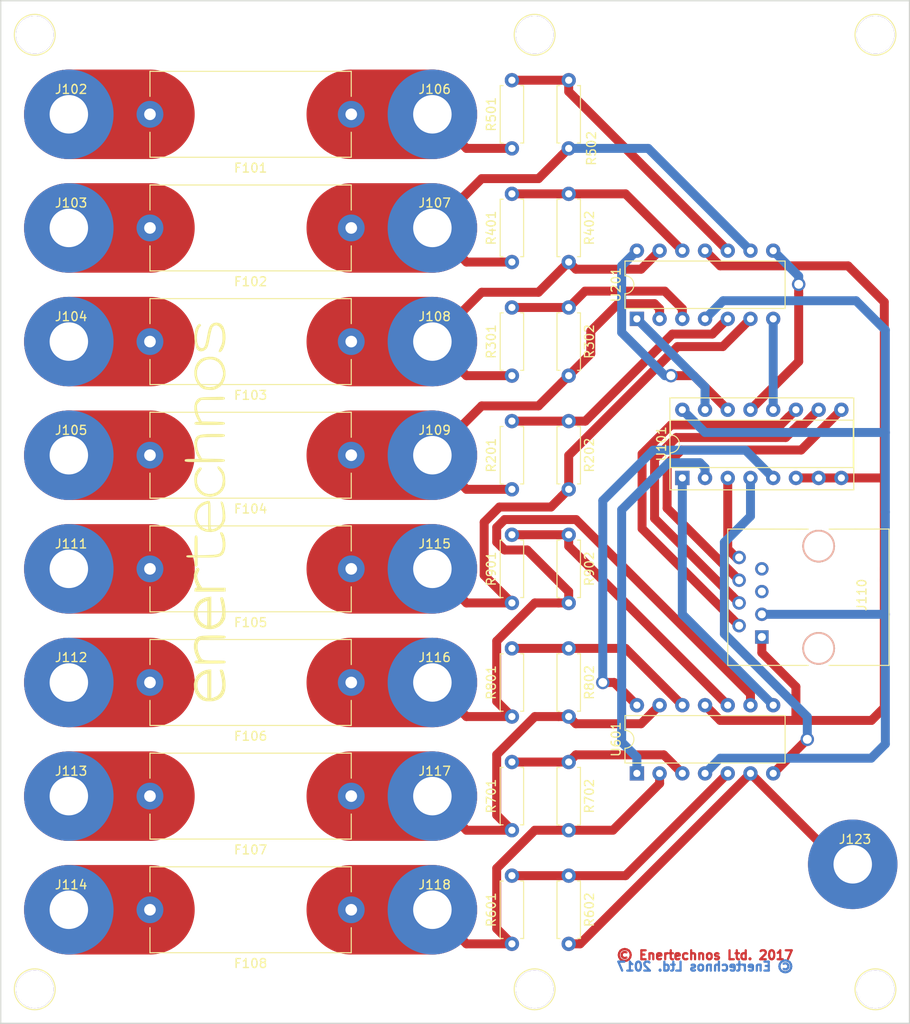
<source format=kicad_pcb>
(kicad_pcb (version 4) (host pcbnew 4.0.7)

  (general
    (links 0)
    (no_connects 0)
    (area 40.564999 68.504999 142.315001 182.955001)
    (thickness 1.6)
    (drawings 6)
    (tracks 241)
    (zones 0)
    (modules 52)
    (nets 40)
  )

  (page A4)
  (title_block
    (title "Fuse Board")
    (date 2017-12-14)
    (rev Rev3.3)
    (company "Enertechnos Ltd.")
    (comment 1 "FOR REVIEW")
  )

  (layers
    (0 F.Cu signal)
    (31 B.Cu signal)
    (32 B.Adhes user)
    (33 F.Adhes user)
    (34 B.Paste user)
    (35 F.Paste user)
    (36 B.SilkS user)
    (37 F.SilkS user)
    (38 B.Mask user)
    (39 F.Mask user)
    (40 Dwgs.User user)
    (41 Cmts.User user)
    (42 Eco1.User user)
    (43 Eco2.User user)
    (44 Edge.Cuts user)
    (45 Margin user)
    (46 B.CrtYd user)
    (47 F.CrtYd user)
    (48 B.Fab user)
    (49 F.Fab user)
  )

  (setup
    (last_trace_width 1)
    (trace_clearance 0.4)
    (zone_clearance 0.508)
    (zone_45_only no)
    (trace_min 0.2)
    (segment_width 0.2)
    (edge_width 0.15)
    (via_size 1.5)
    (via_drill 1)
    (via_min_size 0.4)
    (via_min_drill 0.3)
    (uvia_size 1)
    (uvia_drill 0.5)
    (uvias_allowed no)
    (uvia_min_size 0.2)
    (uvia_min_drill 0.1)
    (pcb_text_width 0.3)
    (pcb_text_size 1.5 1.5)
    (mod_edge_width 0.15)
    (mod_text_size 1 1)
    (mod_text_width 0.15)
    (pad_size 1.524 1.524)
    (pad_drill 0.762)
    (pad_to_mask_clearance 0.2)
    (aux_axis_origin 0 0)
    (visible_elements 7FFFEFFF)
    (pcbplotparams
      (layerselection 0x00030_80000001)
      (usegerberextensions false)
      (excludeedgelayer true)
      (linewidth 0.100000)
      (plotframeref false)
      (viasonmask false)
      (mode 1)
      (useauxorigin false)
      (hpglpennumber 1)
      (hpglpenspeed 20)
      (hpglpendiameter 15)
      (hpglpenoverlay 2)
      (psnegative false)
      (psa4output false)
      (plotreference true)
      (plotvalue true)
      (plotinvisibletext false)
      (padsonsilk false)
      (subtractmaskfromsilk false)
      (outputformat 1)
      (mirror false)
      (drillshape 1)
      (scaleselection 1)
      (outputdirectory ""))
  )

  (net 0 "")
  (net 1 /VoltMeter1/+VE)
  (net 2 /VoltMeter2/+VE)
  (net 3 /VoltMeter3/+VE)
  (net 4 ARD_GND)
  (net 5 ARD_5V)
  (net 6 /VoltMeter5/+VE)
  (net 7 /VoltMeter6/+VE)
  (net 8 /VoltMeter7/+VE)
  (net 9 /VoltMeter8/+VE)
  (net 10 /VoltMeter4/+VE)
  (net 11 "Net-(R201-Pad2)")
  (net 12 "Net-(R301-Pad2)")
  (net 13 "Net-(R401-Pad2)")
  (net 14 "Net-(R501-Pad2)")
  (net 15 "Net-(R601-Pad2)")
  (net 16 "Net-(R701-Pad2)")
  (net 17 "Net-(R801-Pad2)")
  (net 18 "Net-(R901-Pad2)")
  (net 19 "Net-(F101-Pad2)")
  (net 20 "Net-(F102-Pad2)")
  (net 21 "Net-(F103-Pad2)")
  (net 22 "Net-(F104-Pad2)")
  (net 23 "Net-(F105-Pad2)")
  (net 24 "Net-(F106-Pad2)")
  (net 25 "Net-(F107-Pad2)")
  (net 26 "Net-(F108-Pad2)")
  (net 27 /VoltMeter8/-VE)
  (net 28 A)
  (net 29 B)
  (net 30 C)
  (net 31 COM)
  (net 32 V5)
  (net 33 V7)
  (net 34 V8)
  (net 35 V4)
  (net 36 V6)
  (net 37 V1)
  (net 38 V2)
  (net 39 V3)

  (net_class Default "This is the default net class."
    (clearance 0.4)
    (trace_width 1)
    (via_dia 1.5)
    (via_drill 1)
    (uvia_dia 1)
    (uvia_drill 0.5)
    (add_net /VoltMeter1/+VE)
    (add_net /VoltMeter2/+VE)
    (add_net /VoltMeter3/+VE)
    (add_net /VoltMeter4/+VE)
    (add_net /VoltMeter5/+VE)
    (add_net /VoltMeter6/+VE)
    (add_net /VoltMeter7/+VE)
    (add_net /VoltMeter8/+VE)
    (add_net /VoltMeter8/-VE)
    (add_net A)
    (add_net ARD_5V)
    (add_net ARD_GND)
    (add_net B)
    (add_net C)
    (add_net COM)
    (add_net "Net-(F101-Pad2)")
    (add_net "Net-(F102-Pad2)")
    (add_net "Net-(F103-Pad2)")
    (add_net "Net-(F104-Pad2)")
    (add_net "Net-(F105-Pad2)")
    (add_net "Net-(F106-Pad2)")
    (add_net "Net-(F107-Pad2)")
    (add_net "Net-(F108-Pad2)")
    (add_net "Net-(R201-Pad2)")
    (add_net "Net-(R301-Pad2)")
    (add_net "Net-(R401-Pad2)")
    (add_net "Net-(R501-Pad2)")
    (add_net "Net-(R601-Pad2)")
    (add_net "Net-(R701-Pad2)")
    (add_net "Net-(R801-Pad2)")
    (add_net "Net-(R901-Pad2)")
    (add_net V1)
    (add_net V2)
    (add_net V3)
    (add_net V4)
    (add_net V5)
    (add_net V6)
    (add_net V7)
    (add_net V8)
  )

  (module PartsLibraries:MountingHole (layer F.Cu) (tedit 594AA37F) (tstamp 5A3A31D4)
    (at 100.33 179.07)
    (descr "module 1 pin (ou trou mecanique de percage)")
    (tags DEV)
    (fp_text reference "" (at 0 -3.048) (layer F.SilkS)
      (effects (font (size 1 1) (thickness 0.15)))
    )
    (fp_text value Mount (at 0 3) (layer F.Fab)
      (effects (font (size 1 1) (thickness 0.15)))
    )
    (fp_circle (center 0 0) (end 2 0.8) (layer F.Fab) (width 0.1))
    (fp_circle (center 0 0) (end 2.6 0) (layer F.CrtYd) (width 0.05))
    (fp_circle (center 0 0) (end 0 -2.286) (layer F.SilkS) (width 0.12))
    (pad 1 thru_hole circle (at 0 0) (size 4.2 4.2) (drill 4.2) (layers *.Cu *.Mask)
      (clearance 1))
  )

  (module PartsLibraries:MountingHole (layer F.Cu) (tedit 594AA37F) (tstamp 5A3A31CD)
    (at 100.33 72.39)
    (descr "module 1 pin (ou trou mecanique de percage)")
    (tags DEV)
    (fp_text reference "" (at 0 -3.048) (layer F.SilkS)
      (effects (font (size 1 1) (thickness 0.15)))
    )
    (fp_text value Mount (at 0 3) (layer F.Fab)
      (effects (font (size 1 1) (thickness 0.15)))
    )
    (fp_circle (center 0 0) (end 2 0.8) (layer F.Fab) (width 0.1))
    (fp_circle (center 0 0) (end 2.6 0) (layer F.CrtYd) (width 0.05))
    (fp_circle (center 0 0) (end 0 -2.286) (layer F.SilkS) (width 0.12))
    (pad 1 thru_hole circle (at 0 0) (size 4.2 4.2) (drill 4.2) (layers *.Cu *.Mask)
      (clearance 1))
  )

  (module PartsLibraries:MountingHole (layer F.Cu) (tedit 594AA37F) (tstamp 5A3A31C4)
    (at 44.45 72.39)
    (descr "module 1 pin (ou trou mecanique de percage)")
    (tags DEV)
    (fp_text reference "" (at 0 -3.048) (layer F.SilkS)
      (effects (font (size 1 1) (thickness 0.15)))
    )
    (fp_text value Mount (at 0 3) (layer F.Fab)
      (effects (font (size 1 1) (thickness 0.15)))
    )
    (fp_circle (center 0 0) (end 2 0.8) (layer F.Fab) (width 0.1))
    (fp_circle (center 0 0) (end 2.6 0) (layer F.CrtYd) (width 0.05))
    (fp_circle (center 0 0) (end 0 -2.286) (layer F.SilkS) (width 0.12))
    (pad 1 thru_hole circle (at 0 0) (size 4.2 4.2) (drill 4.2) (layers *.Cu *.Mask)
      (clearance 1))
  )

  (module PartsLibraries:MountingHole (layer F.Cu) (tedit 594AA37F) (tstamp 5A3A31BD)
    (at 138.43 72.39)
    (descr "module 1 pin (ou trou mecanique de percage)")
    (tags DEV)
    (fp_text reference "" (at 0 -3.048) (layer F.SilkS)
      (effects (font (size 1 1) (thickness 0.15)))
    )
    (fp_text value Mount (at 0 3) (layer F.Fab)
      (effects (font (size 1 1) (thickness 0.15)))
    )
    (fp_circle (center 0 0) (end 2 0.8) (layer F.Fab) (width 0.1))
    (fp_circle (center 0 0) (end 2.6 0) (layer F.CrtYd) (width 0.05))
    (fp_circle (center 0 0) (end 0 -2.286) (layer F.SilkS) (width 0.12))
    (pad 1 thru_hole circle (at 0 0) (size 4.2 4.2) (drill 4.2) (layers *.Cu *.Mask)
      (clearance 1))
  )

  (module PartsLibraries:MountingHole (layer F.Cu) (tedit 594AA37F) (tstamp 5A3A31B3)
    (at 138.43 179.07)
    (descr "module 1 pin (ou trou mecanique de percage)")
    (tags DEV)
    (fp_text reference "" (at 0 -3.048) (layer F.SilkS)
      (effects (font (size 1 1) (thickness 0.15)))
    )
    (fp_text value Mount (at 0 3) (layer F.Fab)
      (effects (font (size 1 1) (thickness 0.15)))
    )
    (fp_circle (center 0 0) (end 2 0.8) (layer F.Fab) (width 0.1))
    (fp_circle (center 0 0) (end 2.6 0) (layer F.CrtYd) (width 0.05))
    (fp_circle (center 0 0) (end 0 -2.286) (layer F.SilkS) (width 0.12))
    (pad 1 thru_hole circle (at 0 0) (size 4.2 4.2) (drill 4.2) (layers *.Cu *.Mask)
      (clearance 1))
  )

  (module Fuse_Holders_and_Fuses:Fuseholder5x20_horiz_open_Schurter_0031_8201 (layer F.Cu) (tedit 5880C433) (tstamp 5A306918)
    (at 79.83 93.98 180)
    (descr http://www.schurter.com/var/schurter/storage/ilcatalogue/files/document/datasheet/en/pdf/typ_OGN.pdf)
    (tags "Fuseholder horizontal open 5x20 Schurter 0031.8201")
    (path /5A314BDF)
    (fp_text reference F102 (at 11.25 -6 180) (layer F.SilkS)
      (effects (font (size 1 1) (thickness 0.15)))
    )
    (fp_text value Fuse (at 11.25 6 180) (layer F.Fab)
      (effects (font (size 1 1) (thickness 0.15)))
    )
    (fp_line (start 0.1 -4.7) (end 0.1 4.7) (layer F.Fab) (width 0.1))
    (fp_line (start 0.1 4.7) (end 22.4 4.7) (layer F.Fab) (width 0.1))
    (fp_line (start 22.4 4.7) (end 22.4 -4.7) (layer F.Fab) (width 0.1))
    (fp_line (start 22.4 -4.7) (end 0.1 -4.7) (layer F.Fab) (width 0.1))
    (fp_line (start -0.25 5.05) (end -0.25 1.95) (layer F.CrtYd) (width 0.05))
    (fp_line (start 22.5 4.8) (end 22.5 2) (layer F.SilkS) (width 0.12))
    (fp_line (start 22.5 -2) (end 22.5 -4.8) (layer F.SilkS) (width 0.12))
    (fp_line (start 0 -2) (end 0 -4.8) (layer F.SilkS) (width 0.12))
    (fp_line (start 0 -4.8) (end 22.5 -4.8) (layer F.SilkS) (width 0.12))
    (fp_line (start 22.75 5.05) (end -0.25 5.05) (layer F.CrtYd) (width 0.05))
    (fp_line (start -0.25 -5.05) (end 22.75 -5.05) (layer F.CrtYd) (width 0.05))
    (fp_line (start 0 4.8) (end 22.5 4.8) (layer F.SilkS) (width 0.12))
    (fp_line (start -0.25 -1.95) (end -0.25 -5.05) (layer F.CrtYd) (width 0.05))
    (fp_line (start 22.75 -1.95) (end 22.75 -5.05) (layer F.CrtYd) (width 0.05))
    (fp_line (start 22.75 1.95) (end 22.75 5.05) (layer F.CrtYd) (width 0.05))
    (fp_line (start 0 4.8) (end 0 2) (layer F.SilkS) (width 0.12))
    (fp_arc (start 22.5 0) (end 22.75 -1.95) (angle 165.3) (layer F.CrtYd) (width 0.05))
    (fp_arc (start 0 0) (end -0.25 1.95) (angle 165.3) (layer F.CrtYd) (width 0.05))
    (pad 1 thru_hole circle (at 0 0 180) (size 3 3) (drill 1.3) (layers *.Cu *.Mask)
      (net 2 /VoltMeter2/+VE))
    (pad 2 thru_hole circle (at 22.5 0 180) (size 3 3) (drill 1.3) (layers *.Cu *.Mask)
      (net 20 "Net-(F102-Pad2)"))
    (pad "" np_thru_hole circle (at 11.25 0 180) (size 2.7 2.7) (drill 2.7) (layers *.Cu *.Mask))
    (model C:/Development/mlihardware/3D/FuseHolder_5x20.wrl
      (at (xyz 0 0 0))
      (scale (xyz 1 1 1))
      (rotate (xyz 0 0 0))
    )
  )

  (module Fuse_Holders_and_Fuses:Fuseholder5x20_horiz_open_Schurter_0031_8201 (layer F.Cu) (tedit 5880C433) (tstamp 5A306124)
    (at 79.83 81.28 180)
    (descr http://www.schurter.com/var/schurter/storage/ilcatalogue/files/document/datasheet/en/pdf/typ_OGN.pdf)
    (tags "Fuseholder horizontal open 5x20 Schurter 0031.8201")
    (path /5A311AB6)
    (fp_text reference F101 (at 11.25 -6 180) (layer F.SilkS)
      (effects (font (size 1 1) (thickness 0.15)))
    )
    (fp_text value Fuse (at 11.25 6 180) (layer F.Fab)
      (effects (font (size 1 1) (thickness 0.15)))
    )
    (fp_line (start 0.1 -4.7) (end 0.1 4.7) (layer F.Fab) (width 0.1))
    (fp_line (start 0.1 4.7) (end 22.4 4.7) (layer F.Fab) (width 0.1))
    (fp_line (start 22.4 4.7) (end 22.4 -4.7) (layer F.Fab) (width 0.1))
    (fp_line (start 22.4 -4.7) (end 0.1 -4.7) (layer F.Fab) (width 0.1))
    (fp_line (start -0.25 5.05) (end -0.25 1.95) (layer F.CrtYd) (width 0.05))
    (fp_line (start 22.5 4.8) (end 22.5 2) (layer F.SilkS) (width 0.12))
    (fp_line (start 22.5 -2) (end 22.5 -4.8) (layer F.SilkS) (width 0.12))
    (fp_line (start 0 -2) (end 0 -4.8) (layer F.SilkS) (width 0.12))
    (fp_line (start 0 -4.8) (end 22.5 -4.8) (layer F.SilkS) (width 0.12))
    (fp_line (start 22.75 5.05) (end -0.25 5.05) (layer F.CrtYd) (width 0.05))
    (fp_line (start -0.25 -5.05) (end 22.75 -5.05) (layer F.CrtYd) (width 0.05))
    (fp_line (start 0 4.8) (end 22.5 4.8) (layer F.SilkS) (width 0.12))
    (fp_line (start -0.25 -1.95) (end -0.25 -5.05) (layer F.CrtYd) (width 0.05))
    (fp_line (start 22.75 -1.95) (end 22.75 -5.05) (layer F.CrtYd) (width 0.05))
    (fp_line (start 22.75 1.95) (end 22.75 5.05) (layer F.CrtYd) (width 0.05))
    (fp_line (start 0 4.8) (end 0 2) (layer F.SilkS) (width 0.12))
    (fp_arc (start 22.5 0) (end 22.75 -1.95) (angle 165.3) (layer F.CrtYd) (width 0.05))
    (fp_arc (start 0 0) (end -0.25 1.95) (angle 165.3) (layer F.CrtYd) (width 0.05))
    (pad 1 thru_hole circle (at 0 0 180) (size 3 3) (drill 1.3) (layers *.Cu *.Mask)
      (net 1 /VoltMeter1/+VE))
    (pad 2 thru_hole circle (at 22.5 0 180) (size 3 3) (drill 1.3) (layers *.Cu *.Mask)
      (net 19 "Net-(F101-Pad2)"))
    (pad "" np_thru_hole circle (at 11.25 0 180) (size 2.7 2.7) (drill 2.7) (layers *.Cu *.Mask))
    (model C:/Development/mlihardware/3D/FuseHolder_5x20.wrl
      (at (xyz 0 0 0))
      (scale (xyz 1 1 1))
      (rotate (xyz 0 0 0))
    )
  )

  (module PartsLibraries:RJ45 (layer F.Cu) (tedit 59511D7C) (tstamp 5A30FBBD)
    (at 125.73 139.7 90)
    (tags RJ45)
    (path /59C3DA36)
    (fp_text reference J110 (at 4.7 11.18 90) (layer F.SilkS)
      (effects (font (size 1 1) (thickness 0.15)))
    )
    (fp_text value RJ45 (at 4.59 6.25 90) (layer F.Fab)
      (effects (font (size 1 1) (thickness 0.15)))
    )
    (fp_line (start -3.17 14.22) (end 12.07 14.22) (layer F.SilkS) (width 0.12))
    (fp_line (start 12.07 -3.81) (end 12.06 5.18) (layer F.SilkS) (width 0.12))
    (fp_line (start 12.07 -3.81) (end -3.17 -3.81) (layer F.SilkS) (width 0.12))
    (fp_line (start -3.17 -3.81) (end -3.17 5.19) (layer F.SilkS) (width 0.12))
    (fp_line (start 12.06 7.52) (end 12.07 14.22) (layer F.SilkS) (width 0.12))
    (fp_line (start -3.17 7.51) (end -3.17 14.22) (layer F.SilkS) (width 0.12))
    (fp_line (start -3.56 -4.06) (end 12.46 -4.06) (layer F.CrtYd) (width 0.05))
    (fp_line (start -3.56 -4.06) (end -3.56 14.47) (layer F.CrtYd) (width 0.05))
    (fp_line (start 12.46 14.47) (end 12.46 -4.06) (layer F.CrtYd) (width 0.05))
    (fp_line (start 12.46 14.47) (end -3.56 14.47) (layer F.CrtYd) (width 0.05))
    (pad "" np_thru_hole circle (at 10.16 6.35 90) (size 3.65 3.65) (drill 3.25) (layers *.Cu *.SilkS *.Mask))
    (pad "" np_thru_hole circle (at -1.27 6.35 90) (size 3.65 3.65) (drill 3.25) (layers *.Cu *.SilkS *.Mask))
    (pad 1 thru_hole rect (at 0 0 90) (size 1.5 1.5) (drill 0.9) (layers *.Cu *.Mask)
      (net 4 ARD_GND))
    (pad 2 thru_hole circle (at 1.27 -2.54 90) (size 1.5 1.5) (drill 0.9) (layers *.Cu *.Mask)
      (net 28 A))
    (pad 3 thru_hole circle (at 2.54 0 90) (size 1.5 1.5) (drill 0.9) (layers *.Cu *.Mask)
      (net 5 ARD_5V))
    (pad 4 thru_hole circle (at 3.81 -2.54 90) (size 1.5 1.5) (drill 0.9) (layers *.Cu *.Mask)
      (net 29 B))
    (pad 5 thru_hole circle (at 5.08 0 90) (size 1.5 1.5) (drill 0.9) (layers *.Cu *.Mask))
    (pad 6 thru_hole circle (at 6.35 -2.54 90) (size 1.5 1.5) (drill 0.9) (layers *.Cu *.Mask)
      (net 30 C))
    (pad 7 thru_hole circle (at 7.62 0 90) (size 1.5 1.5) (drill 0.9) (layers *.Cu *.Mask))
    (pad 8 thru_hole circle (at 8.89 -2.54 90) (size 1.5 1.5) (drill 0.9) (layers *.Cu *.Mask)
      (net 31 COM))
    (model ../../../../../../Development/multilevelinverter/Hardware/3D/RJ45.wrl
      (at (xyz 0.175 -0.667 0.3))
      (scale (xyz 10 10 10))
      (rotate (xyz 270 0 0))
    )
  )

  (module Housings_DIP:DIP-16_W7.62mm_Socket (layer F.Cu) (tedit 59C78D6B) (tstamp 5A316EBB)
    (at 116.84 121.92 90)
    (descr "16-lead though-hole mounted DIP package, row spacing 7.62 mm (300 mils), Socket")
    (tags "THT DIP DIL PDIP 2.54mm 7.62mm 300mil Socket")
    (path /5A31B088)
    (fp_text reference U101 (at 3.81 -2.33 90) (layer F.SilkS)
      (effects (font (size 1 1) (thickness 0.15)))
    )
    (fp_text value TC4051BP (at 3.81 20.11 90) (layer F.Fab)
      (effects (font (size 1 1) (thickness 0.15)))
    )
    (fp_arc (start 3.81 -1.33) (end 2.81 -1.33) (angle -180) (layer F.SilkS) (width 0.12))
    (fp_line (start 1.635 -1.27) (end 6.985 -1.27) (layer F.Fab) (width 0.1))
    (fp_line (start 6.985 -1.27) (end 6.985 19.05) (layer F.Fab) (width 0.1))
    (fp_line (start 6.985 19.05) (end 0.635 19.05) (layer F.Fab) (width 0.1))
    (fp_line (start 0.635 19.05) (end 0.635 -0.27) (layer F.Fab) (width 0.1))
    (fp_line (start 0.635 -0.27) (end 1.635 -1.27) (layer F.Fab) (width 0.1))
    (fp_line (start -1.27 -1.33) (end -1.27 19.11) (layer F.Fab) (width 0.1))
    (fp_line (start -1.27 19.11) (end 8.89 19.11) (layer F.Fab) (width 0.1))
    (fp_line (start 8.89 19.11) (end 8.89 -1.33) (layer F.Fab) (width 0.1))
    (fp_line (start 8.89 -1.33) (end -1.27 -1.33) (layer F.Fab) (width 0.1))
    (fp_line (start 2.81 -1.33) (end 1.16 -1.33) (layer F.SilkS) (width 0.12))
    (fp_line (start 1.16 -1.33) (end 1.16 19.11) (layer F.SilkS) (width 0.12))
    (fp_line (start 1.16 19.11) (end 6.46 19.11) (layer F.SilkS) (width 0.12))
    (fp_line (start 6.46 19.11) (end 6.46 -1.33) (layer F.SilkS) (width 0.12))
    (fp_line (start 6.46 -1.33) (end 4.81 -1.33) (layer F.SilkS) (width 0.12))
    (fp_line (start -1.33 -1.39) (end -1.33 19.17) (layer F.SilkS) (width 0.12))
    (fp_line (start -1.33 19.17) (end 8.95 19.17) (layer F.SilkS) (width 0.12))
    (fp_line (start 8.95 19.17) (end 8.95 -1.39) (layer F.SilkS) (width 0.12))
    (fp_line (start 8.95 -1.39) (end -1.33 -1.39) (layer F.SilkS) (width 0.12))
    (fp_line (start -1.55 -1.6) (end -1.55 19.4) (layer F.CrtYd) (width 0.05))
    (fp_line (start -1.55 19.4) (end 9.15 19.4) (layer F.CrtYd) (width 0.05))
    (fp_line (start 9.15 19.4) (end 9.15 -1.6) (layer F.CrtYd) (width 0.05))
    (fp_line (start 9.15 -1.6) (end -1.55 -1.6) (layer F.CrtYd) (width 0.05))
    (fp_text user %R (at 3.81 8.89 90) (layer F.Fab)
      (effects (font (size 1 1) (thickness 0.15)))
    )
    (pad 1 thru_hole rect (at 0 0 90) (size 1.6 1.6) (drill 0.8) (layers *.Cu *.Mask)
      (net 32 V5))
    (pad 9 thru_hole oval (at 7.62 17.78 90) (size 1.6 1.6) (drill 0.8) (layers *.Cu *.Mask)
      (net 30 C))
    (pad 2 thru_hole oval (at 0 2.54 90) (size 1.6 1.6) (drill 0.8) (layers *.Cu *.Mask)
      (net 33 V7))
    (pad 10 thru_hole oval (at 7.62 15.24 90) (size 1.6 1.6) (drill 0.8) (layers *.Cu *.Mask)
      (net 29 B))
    (pad 3 thru_hole oval (at 0 5.08 90) (size 1.6 1.6) (drill 0.8) (layers *.Cu *.Mask)
      (net 31 COM))
    (pad 11 thru_hole oval (at 7.62 12.7 90) (size 1.6 1.6) (drill 0.8) (layers *.Cu *.Mask)
      (net 28 A))
    (pad 4 thru_hole oval (at 0 7.62 90) (size 1.6 1.6) (drill 0.8) (layers *.Cu *.Mask)
      (net 34 V8))
    (pad 12 thru_hole oval (at 7.62 10.16 90) (size 1.6 1.6) (drill 0.8) (layers *.Cu *.Mask)
      (net 35 V4))
    (pad 5 thru_hole oval (at 0 10.16 90) (size 1.6 1.6) (drill 0.8) (layers *.Cu *.Mask)
      (net 36 V6))
    (pad 13 thru_hole oval (at 7.62 7.62 90) (size 1.6 1.6) (drill 0.8) (layers *.Cu *.Mask)
      (net 37 V1))
    (pad 6 thru_hole oval (at 0 12.7 90) (size 1.6 1.6) (drill 0.8) (layers *.Cu *.Mask)
      (net 4 ARD_GND))
    (pad 14 thru_hole oval (at 7.62 5.08 90) (size 1.6 1.6) (drill 0.8) (layers *.Cu *.Mask)
      (net 38 V2))
    (pad 7 thru_hole oval (at 0 15.24 90) (size 1.6 1.6) (drill 0.8) (layers *.Cu *.Mask)
      (net 4 ARD_GND))
    (pad 15 thru_hole oval (at 7.62 2.54 90) (size 1.6 1.6) (drill 0.8) (layers *.Cu *.Mask)
      (net 39 V3))
    (pad 8 thru_hole oval (at 0 17.78 90) (size 1.6 1.6) (drill 0.8) (layers *.Cu *.Mask)
      (net 4 ARD_GND))
    (pad 16 thru_hole oval (at 7.62 0 90) (size 1.6 1.6) (drill 0.8) (layers *.Cu *.Mask)
      (net 5 ARD_5V))
    (model ${KISYS3DMOD}/Housings_DIP.3dshapes/DIP-16_W7.62mm_Socket.wrl
      (at (xyz 0 0 0))
      (scale (xyz 1 1 1))
      (rotate (xyz 0 0 0))
    )
  )

  (module Fuse_Holders_and_Fuses:Fuseholder5x20_horiz_open_Schurter_0031_8201 (layer F.Cu) (tedit 5880C433) (tstamp 5A30FB22)
    (at 79.83 119.38 180)
    (descr http://www.schurter.com/var/schurter/storage/ilcatalogue/files/document/datasheet/en/pdf/typ_OGN.pdf)
    (tags "Fuseholder horizontal open 5x20 Schurter 0031.8201")
    (path /5A316DCF)
    (fp_text reference F104 (at 11.25 -6 180) (layer F.SilkS)
      (effects (font (size 1 1) (thickness 0.15)))
    )
    (fp_text value Fuse (at 11.25 6 180) (layer F.Fab)
      (effects (font (size 1 1) (thickness 0.15)))
    )
    (fp_line (start 0.1 -4.7) (end 0.1 4.7) (layer F.Fab) (width 0.1))
    (fp_line (start 0.1 4.7) (end 22.4 4.7) (layer F.Fab) (width 0.1))
    (fp_line (start 22.4 4.7) (end 22.4 -4.7) (layer F.Fab) (width 0.1))
    (fp_line (start 22.4 -4.7) (end 0.1 -4.7) (layer F.Fab) (width 0.1))
    (fp_line (start -0.25 5.05) (end -0.25 1.95) (layer F.CrtYd) (width 0.05))
    (fp_line (start 22.5 4.8) (end 22.5 2) (layer F.SilkS) (width 0.12))
    (fp_line (start 22.5 -2) (end 22.5 -4.8) (layer F.SilkS) (width 0.12))
    (fp_line (start 0 -2) (end 0 -4.8) (layer F.SilkS) (width 0.12))
    (fp_line (start 0 -4.8) (end 22.5 -4.8) (layer F.SilkS) (width 0.12))
    (fp_line (start 22.75 5.05) (end -0.25 5.05) (layer F.CrtYd) (width 0.05))
    (fp_line (start -0.25 -5.05) (end 22.75 -5.05) (layer F.CrtYd) (width 0.05))
    (fp_line (start 0 4.8) (end 22.5 4.8) (layer F.SilkS) (width 0.12))
    (fp_line (start -0.25 -1.95) (end -0.25 -5.05) (layer F.CrtYd) (width 0.05))
    (fp_line (start 22.75 -1.95) (end 22.75 -5.05) (layer F.CrtYd) (width 0.05))
    (fp_line (start 22.75 1.95) (end 22.75 5.05) (layer F.CrtYd) (width 0.05))
    (fp_line (start 0 4.8) (end 0 2) (layer F.SilkS) (width 0.12))
    (fp_arc (start 22.5 0) (end 22.75 -1.95) (angle 165.3) (layer F.CrtYd) (width 0.05))
    (fp_arc (start 0 0) (end -0.25 1.95) (angle 165.3) (layer F.CrtYd) (width 0.05))
    (pad 1 thru_hole circle (at 0 0 180) (size 3 3) (drill 1.3) (layers *.Cu *.Mask)
      (net 10 /VoltMeter4/+VE))
    (pad 2 thru_hole circle (at 22.5 0 180) (size 3 3) (drill 1.3) (layers *.Cu *.Mask)
      (net 22 "Net-(F104-Pad2)"))
    (pad "" np_thru_hole circle (at 11.25 0 180) (size 2.7 2.7) (drill 2.7) (layers *.Cu *.Mask))
    (model C:/Development/mlihardware/3D/FuseHolder_5x20.wrl
      (at (xyz 0 0 0))
      (scale (xyz 1 1 1))
      (rotate (xyz 0 0 0))
    )
  )

  (module PartsLibraries:PowerConnectorRound (layer F.Cu) (tedit 59AECA0D) (tstamp 5A3003A5)
    (at 88.9 93.98)
    (path /5A31433B)
    (fp_text reference J107 (at 0.254 -2.794) (layer F.SilkS)
      (effects (font (size 1 1) (thickness 0.15)))
    )
    (fp_text value OUTPUT (at 0 6.35) (layer F.Fab)
      (effects (font (size 1 1) (thickness 0.15)))
    )
    (pad 1 thru_hole circle (at 0 0) (size 10 10) (drill 4.3) (layers *.Cu *.Mask)
      (net 2 /VoltMeter2/+VE))
  )

  (module Housings_DIP:DIP-14_W7.62mm (layer F.Cu) (tedit 59C78D6B) (tstamp 5A3005BF)
    (at 111.76 154.94 90)
    (descr "14-lead though-hole mounted DIP package, row spacing 7.62 mm (300 mils)")
    (tags "THT DIP DIL PDIP 2.54mm 7.62mm 300mil")
    (path /59C53BAD/59C4F962)
    (fp_text reference U601 (at 3.81 -2.33 90) (layer F.SilkS)
      (effects (font (size 1 1) (thickness 0.15)))
    )
    (fp_text value MCP604 (at 3.81 17.57 90) (layer F.Fab)
      (effects (font (size 1 1) (thickness 0.15)))
    )
    (fp_arc (start 3.81 -1.33) (end 2.81 -1.33) (angle -180) (layer F.SilkS) (width 0.12))
    (fp_line (start 1.635 -1.27) (end 6.985 -1.27) (layer F.Fab) (width 0.1))
    (fp_line (start 6.985 -1.27) (end 6.985 16.51) (layer F.Fab) (width 0.1))
    (fp_line (start 6.985 16.51) (end 0.635 16.51) (layer F.Fab) (width 0.1))
    (fp_line (start 0.635 16.51) (end 0.635 -0.27) (layer F.Fab) (width 0.1))
    (fp_line (start 0.635 -0.27) (end 1.635 -1.27) (layer F.Fab) (width 0.1))
    (fp_line (start 2.81 -1.33) (end 1.16 -1.33) (layer F.SilkS) (width 0.12))
    (fp_line (start 1.16 -1.33) (end 1.16 16.57) (layer F.SilkS) (width 0.12))
    (fp_line (start 1.16 16.57) (end 6.46 16.57) (layer F.SilkS) (width 0.12))
    (fp_line (start 6.46 16.57) (end 6.46 -1.33) (layer F.SilkS) (width 0.12))
    (fp_line (start 6.46 -1.33) (end 4.81 -1.33) (layer F.SilkS) (width 0.12))
    (fp_line (start -1.1 -1.55) (end -1.1 16.8) (layer F.CrtYd) (width 0.05))
    (fp_line (start -1.1 16.8) (end 8.7 16.8) (layer F.CrtYd) (width 0.05))
    (fp_line (start 8.7 16.8) (end 8.7 -1.55) (layer F.CrtYd) (width 0.05))
    (fp_line (start 8.7 -1.55) (end -1.1 -1.55) (layer F.CrtYd) (width 0.05))
    (fp_text user %R (at 3.81 7.62 90) (layer F.Fab)
      (effects (font (size 1 1) (thickness 0.15)))
    )
    (pad 1 thru_hole rect (at 0 0 90) (size 1.6 1.6) (drill 0.8) (layers *.Cu *.Mask)
      (net 33 V7))
    (pad 8 thru_hole oval (at 7.62 15.24 90) (size 1.6 1.6) (drill 0.8) (layers *.Cu *.Mask)
      (net 32 V5))
    (pad 2 thru_hole oval (at 0 2.54 90) (size 1.6 1.6) (drill 0.8) (layers *.Cu *.Mask)
      (net 9 /VoltMeter8/+VE))
    (pad 9 thru_hole oval (at 7.62 12.7 90) (size 1.6 1.6) (drill 0.8) (layers *.Cu *.Mask)
      (net 7 /VoltMeter6/+VE))
    (pad 3 thru_hole oval (at 0 5.08 90) (size 1.6 1.6) (drill 0.8) (layers *.Cu *.Mask)
      (net 16 "Net-(R701-Pad2)"))
    (pad 10 thru_hole oval (at 7.62 10.16 90) (size 1.6 1.6) (drill 0.8) (layers *.Cu *.Mask)
      (net 18 "Net-(R901-Pad2)"))
    (pad 4 thru_hole oval (at 0 7.62 90) (size 1.6 1.6) (drill 0.8) (layers *.Cu *.Mask)
      (net 5 ARD_5V))
    (pad 11 thru_hole oval (at 7.62 7.62 90) (size 1.6 1.6) (drill 0.8) (layers *.Cu *.Mask)
      (net 4 ARD_GND))
    (pad 5 thru_hole oval (at 0 10.16 90) (size 1.6 1.6) (drill 0.8) (layers *.Cu *.Mask)
      (net 15 "Net-(R601-Pad2)"))
    (pad 12 thru_hole oval (at 7.62 5.08 90) (size 1.6 1.6) (drill 0.8) (layers *.Cu *.Mask)
      (net 17 "Net-(R801-Pad2)"))
    (pad 6 thru_hole oval (at 0 12.7 90) (size 1.6 1.6) (drill 0.8) (layers *.Cu *.Mask)
      (net 27 /VoltMeter8/-VE))
    (pad 13 thru_hole oval (at 7.62 2.54 90) (size 1.6 1.6) (drill 0.8) (layers *.Cu *.Mask)
      (net 8 /VoltMeter7/+VE))
    (pad 7 thru_hole oval (at 0 15.24 90) (size 1.6 1.6) (drill 0.8) (layers *.Cu *.Mask)
      (net 34 V8))
    (pad 14 thru_hole oval (at 7.62 0 90) (size 1.6 1.6) (drill 0.8) (layers *.Cu *.Mask)
      (net 36 V6))
    (model ${KISYS3DMOD}/Housings_DIP.3dshapes/DIP-14_W7.62mm.wrl
      (at (xyz 0 0 0))
      (scale (xyz 1 1 1))
      (rotate (xyz 0 0 0))
    )
  )

  (module PartsLibraries:PowerConnectorRound (layer F.Cu) (tedit 59AECA0D) (tstamp 5A300388)
    (at 48.26 119.38)
    (path /5A314202)
    (fp_text reference J105 (at 0.254 -2.794) (layer F.SilkS)
      (effects (font (size 1 1) (thickness 0.15)))
    )
    (fp_text value INPUT (at 0 6.35) (layer F.Fab)
      (effects (font (size 1 1) (thickness 0.15)))
    )
    (pad 1 thru_hole circle (at 0 0) (size 10 10) (drill 4.3) (layers *.Cu *.Mask)
      (net 22 "Net-(F104-Pad2)"))
  )

  (module PartsLibraries:PowerConnectorRound (layer F.Cu) (tedit 59AECA0D) (tstamp 5A3003AA)
    (at 88.9 106.68)
    (path /5A314473)
    (fp_text reference J108 (at 0.254 -2.794) (layer F.SilkS)
      (effects (font (size 1 1) (thickness 0.15)))
    )
    (fp_text value OUTPUT (at 0 6.35) (layer F.Fab)
      (effects (font (size 1 1) (thickness 0.15)))
    )
    (pad 1 thru_hole circle (at 0 0) (size 10 10) (drill 4.3) (layers *.Cu *.Mask)
      (net 3 /VoltMeter3/+VE))
  )

  (module PartsLibraries:PowerConnectorRound (layer F.Cu) (tedit 59AECA0D) (tstamp 5A3003AF)
    (at 88.9 119.38)
    (path /5A314620)
    (fp_text reference J109 (at 0.254 -2.794) (layer F.SilkS)
      (effects (font (size 1 1) (thickness 0.15)))
    )
    (fp_text value OUTPUT (at 0 6.35) (layer F.Fab)
      (effects (font (size 1 1) (thickness 0.15)))
    )
    (pad 1 thru_hole circle (at 0 0) (size 10 10) (drill 4.3) (layers *.Cu *.Mask)
      (net 10 /VoltMeter4/+VE))
  )

  (module PartsLibraries:PowerConnectorRound (layer F.Cu) (tedit 59AECA0D) (tstamp 5A3003B9)
    (at 48.26 132.08)
    (path /5A31493D)
    (fp_text reference J111 (at 0.254 -2.794) (layer F.SilkS)
      (effects (font (size 1 1) (thickness 0.15)))
    )
    (fp_text value INPUT (at 0 6.35) (layer F.Fab)
      (effects (font (size 1 1) (thickness 0.15)))
    )
    (pad 1 thru_hole circle (at 0 0) (size 10 10) (drill 4.3) (layers *.Cu *.Mask)
      (net 23 "Net-(F105-Pad2)"))
  )

  (module PartsLibraries:PowerConnectorRound (layer F.Cu) (tedit 59AECA0D) (tstamp 5A3003BE)
    (at 48.26 144.78)
    (path /5A314C5C)
    (fp_text reference J112 (at 0.254 -2.794) (layer F.SilkS)
      (effects (font (size 1 1) (thickness 0.15)))
    )
    (fp_text value INPUT (at 0 6.35) (layer F.Fab)
      (effects (font (size 1 1) (thickness 0.15)))
    )
    (pad 1 thru_hole circle (at 0 0) (size 10 10) (drill 4.3) (layers *.Cu *.Mask)
      (net 24 "Net-(F106-Pad2)"))
  )

  (module PartsLibraries:PowerConnectorRound (layer F.Cu) (tedit 59AECA0D) (tstamp 5A3003C3)
    (at 48.26 157.48)
    (path /5A314D91)
    (fp_text reference J113 (at 0.254 -2.794) (layer F.SilkS)
      (effects (font (size 1 1) (thickness 0.15)))
    )
    (fp_text value INPUT (at 0 6.35) (layer F.Fab)
      (effects (font (size 1 1) (thickness 0.15)))
    )
    (pad 1 thru_hole circle (at 0 0) (size 10 10) (drill 4.3) (layers *.Cu *.Mask)
      (net 25 "Net-(F107-Pad2)"))
  )

  (module Resistors_THT:R_Axial_DIN0207_L6.3mm_D2.5mm_P7.62mm_Horizontal placed (layer F.Cu) (tedit 5874F706) (tstamp 5A3003D9)
    (at 97.79 123.19 90)
    (descr "Resistor, Axial_DIN0207 series, Axial, Horizontal, pin pitch=7.62mm, 0.25W = 1/4W, length*diameter=6.3*2.5mm^2, http://cdn-reichelt.de/documents/datenblatt/B400/1_4W%23YAG.pdf")
    (tags "Resistor Axial_DIN0207 series Axial Horizontal pin pitch 7.62mm 0.25W = 1/4W length 6.3mm diameter 2.5mm")
    (path /59C4F642/5A2FE363)
    (fp_text reference R201 (at 3.81 -2.31 90) (layer F.SilkS)
      (effects (font (size 1 1) (thickness 0.15)))
    )
    (fp_text value 10K (at 3.81 2.31 90) (layer F.Fab)
      (effects (font (size 1 1) (thickness 0.15)))
    )
    (fp_line (start 0.66 -1.25) (end 0.66 1.25) (layer F.Fab) (width 0.1))
    (fp_line (start 0.66 1.25) (end 6.96 1.25) (layer F.Fab) (width 0.1))
    (fp_line (start 6.96 1.25) (end 6.96 -1.25) (layer F.Fab) (width 0.1))
    (fp_line (start 6.96 -1.25) (end 0.66 -1.25) (layer F.Fab) (width 0.1))
    (fp_line (start 0 0) (end 0.66 0) (layer F.Fab) (width 0.1))
    (fp_line (start 7.62 0) (end 6.96 0) (layer F.Fab) (width 0.1))
    (fp_line (start 0.6 -0.98) (end 0.6 -1.31) (layer F.SilkS) (width 0.12))
    (fp_line (start 0.6 -1.31) (end 7.02 -1.31) (layer F.SilkS) (width 0.12))
    (fp_line (start 7.02 -1.31) (end 7.02 -0.98) (layer F.SilkS) (width 0.12))
    (fp_line (start 0.6 0.98) (end 0.6 1.31) (layer F.SilkS) (width 0.12))
    (fp_line (start 0.6 1.31) (end 7.02 1.31) (layer F.SilkS) (width 0.12))
    (fp_line (start 7.02 1.31) (end 7.02 0.98) (layer F.SilkS) (width 0.12))
    (fp_line (start -1.05 -1.6) (end -1.05 1.6) (layer F.CrtYd) (width 0.05))
    (fp_line (start -1.05 1.6) (end 8.7 1.6) (layer F.CrtYd) (width 0.05))
    (fp_line (start 8.7 1.6) (end 8.7 -1.6) (layer F.CrtYd) (width 0.05))
    (fp_line (start 8.7 -1.6) (end -1.05 -1.6) (layer F.CrtYd) (width 0.05))
    (pad 1 thru_hole circle (at 0 0 90) (size 1.6 1.6) (drill 0.8) (layers *.Cu *.Mask)
      (net 10 /VoltMeter4/+VE))
    (pad 2 thru_hole oval (at 7.62 0 90) (size 1.6 1.6) (drill 0.8) (layers *.Cu *.Mask)
      (net 11 "Net-(R201-Pad2)"))
    (model ${KISYS3DMOD}/Resistors_THT.3dshapes/R_Axial_DIN0207_L6.3mm_D2.5mm_P7.62mm_Horizontal.wrl
      (at (xyz 0 0 0))
      (scale (xyz 0.393701 0.393701 0.393701))
      (rotate (xyz 0 0 0))
    )
  )

  (module Resistors_THT:R_Axial_DIN0207_L6.3mm_D2.5mm_P7.62mm_Horizontal placed (layer F.Cu) (tedit 5874F706) (tstamp 5A3003EF)
    (at 104.14 115.57 270)
    (descr "Resistor, Axial_DIN0207 series, Axial, Horizontal, pin pitch=7.62mm, 0.25W = 1/4W, length*diameter=6.3*2.5mm^2, http://cdn-reichelt.de/documents/datenblatt/B400/1_4W%23YAG.pdf")
    (tags "Resistor Axial_DIN0207 series Axial Horizontal pin pitch 7.62mm 0.25W = 1/4W length 6.3mm diameter 2.5mm")
    (path /59C4F642/59C4F970)
    (fp_text reference R202 (at 3.81 -2.31 270) (layer F.SilkS)
      (effects (font (size 1 1) (thickness 0.15)))
    )
    (fp_text value 10M (at 3.81 2.31 270) (layer F.Fab)
      (effects (font (size 1 1) (thickness 0.15)))
    )
    (fp_line (start 0.66 -1.25) (end 0.66 1.25) (layer F.Fab) (width 0.1))
    (fp_line (start 0.66 1.25) (end 6.96 1.25) (layer F.Fab) (width 0.1))
    (fp_line (start 6.96 1.25) (end 6.96 -1.25) (layer F.Fab) (width 0.1))
    (fp_line (start 6.96 -1.25) (end 0.66 -1.25) (layer F.Fab) (width 0.1))
    (fp_line (start 0 0) (end 0.66 0) (layer F.Fab) (width 0.1))
    (fp_line (start 7.62 0) (end 6.96 0) (layer F.Fab) (width 0.1))
    (fp_line (start 0.6 -0.98) (end 0.6 -1.31) (layer F.SilkS) (width 0.12))
    (fp_line (start 0.6 -1.31) (end 7.02 -1.31) (layer F.SilkS) (width 0.12))
    (fp_line (start 7.02 -1.31) (end 7.02 -0.98) (layer F.SilkS) (width 0.12))
    (fp_line (start 0.6 0.98) (end 0.6 1.31) (layer F.SilkS) (width 0.12))
    (fp_line (start 0.6 1.31) (end 7.02 1.31) (layer F.SilkS) (width 0.12))
    (fp_line (start 7.02 1.31) (end 7.02 0.98) (layer F.SilkS) (width 0.12))
    (fp_line (start -1.05 -1.6) (end -1.05 1.6) (layer F.CrtYd) (width 0.05))
    (fp_line (start -1.05 1.6) (end 8.7 1.6) (layer F.CrtYd) (width 0.05))
    (fp_line (start 8.7 1.6) (end 8.7 -1.6) (layer F.CrtYd) (width 0.05))
    (fp_line (start 8.7 -1.6) (end -1.05 -1.6) (layer F.CrtYd) (width 0.05))
    (pad 1 thru_hole circle (at 0 0 270) (size 1.6 1.6) (drill 0.8) (layers *.Cu *.Mask)
      (net 11 "Net-(R201-Pad2)"))
    (pad 2 thru_hole oval (at 7.62 0 270) (size 1.6 1.6) (drill 0.8) (layers *.Cu *.Mask)
      (net 6 /VoltMeter5/+VE))
    (model ${KISYS3DMOD}/Resistors_THT.3dshapes/R_Axial_DIN0207_L6.3mm_D2.5mm_P7.62mm_Horizontal.wrl
      (at (xyz 0 0 0))
      (scale (xyz 0.393701 0.393701 0.393701))
      (rotate (xyz 0 0 0))
    )
  )

  (module Resistors_THT:R_Axial_DIN0207_L6.3mm_D2.5mm_P7.62mm_Horizontal placed (layer F.Cu) (tedit 5874F706) (tstamp 5A300405)
    (at 97.79 110.49 90)
    (descr "Resistor, Axial_DIN0207 series, Axial, Horizontal, pin pitch=7.62mm, 0.25W = 1/4W, length*diameter=6.3*2.5mm^2, http://cdn-reichelt.de/documents/datenblatt/B400/1_4W%23YAG.pdf")
    (tags "Resistor Axial_DIN0207 series Axial Horizontal pin pitch 7.62mm 0.25W = 1/4W length 6.3mm diameter 2.5mm")
    (path /59C51A28/5A2FE363)
    (fp_text reference R301 (at 3.81 -2.31 90) (layer F.SilkS)
      (effects (font (size 1 1) (thickness 0.15)))
    )
    (fp_text value 10K (at 3.81 2.31 90) (layer F.Fab)
      (effects (font (size 1 1) (thickness 0.15)))
    )
    (fp_line (start 0.66 -1.25) (end 0.66 1.25) (layer F.Fab) (width 0.1))
    (fp_line (start 0.66 1.25) (end 6.96 1.25) (layer F.Fab) (width 0.1))
    (fp_line (start 6.96 1.25) (end 6.96 -1.25) (layer F.Fab) (width 0.1))
    (fp_line (start 6.96 -1.25) (end 0.66 -1.25) (layer F.Fab) (width 0.1))
    (fp_line (start 0 0) (end 0.66 0) (layer F.Fab) (width 0.1))
    (fp_line (start 7.62 0) (end 6.96 0) (layer F.Fab) (width 0.1))
    (fp_line (start 0.6 -0.98) (end 0.6 -1.31) (layer F.SilkS) (width 0.12))
    (fp_line (start 0.6 -1.31) (end 7.02 -1.31) (layer F.SilkS) (width 0.12))
    (fp_line (start 7.02 -1.31) (end 7.02 -0.98) (layer F.SilkS) (width 0.12))
    (fp_line (start 0.6 0.98) (end 0.6 1.31) (layer F.SilkS) (width 0.12))
    (fp_line (start 0.6 1.31) (end 7.02 1.31) (layer F.SilkS) (width 0.12))
    (fp_line (start 7.02 1.31) (end 7.02 0.98) (layer F.SilkS) (width 0.12))
    (fp_line (start -1.05 -1.6) (end -1.05 1.6) (layer F.CrtYd) (width 0.05))
    (fp_line (start -1.05 1.6) (end 8.7 1.6) (layer F.CrtYd) (width 0.05))
    (fp_line (start 8.7 1.6) (end 8.7 -1.6) (layer F.CrtYd) (width 0.05))
    (fp_line (start 8.7 -1.6) (end -1.05 -1.6) (layer F.CrtYd) (width 0.05))
    (pad 1 thru_hole circle (at 0 0 90) (size 1.6 1.6) (drill 0.8) (layers *.Cu *.Mask)
      (net 3 /VoltMeter3/+VE))
    (pad 2 thru_hole oval (at 7.62 0 90) (size 1.6 1.6) (drill 0.8) (layers *.Cu *.Mask)
      (net 12 "Net-(R301-Pad2)"))
    (model ${KISYS3DMOD}/Resistors_THT.3dshapes/R_Axial_DIN0207_L6.3mm_D2.5mm_P7.62mm_Horizontal.wrl
      (at (xyz 0 0 0))
      (scale (xyz 0.393701 0.393701 0.393701))
      (rotate (xyz 0 0 0))
    )
  )

  (module Resistors_THT:R_Axial_DIN0207_L6.3mm_D2.5mm_P7.62mm_Horizontal placed (layer F.Cu) (tedit 5874F706) (tstamp 5A30041B)
    (at 104.14 102.87 270)
    (descr "Resistor, Axial_DIN0207 series, Axial, Horizontal, pin pitch=7.62mm, 0.25W = 1/4W, length*diameter=6.3*2.5mm^2, http://cdn-reichelt.de/documents/datenblatt/B400/1_4W%23YAG.pdf")
    (tags "Resistor Axial_DIN0207 series Axial Horizontal pin pitch 7.62mm 0.25W = 1/4W length 6.3mm diameter 2.5mm")
    (path /59C51A28/59C4F970)
    (fp_text reference R302 (at 3.81 -2.31 270) (layer F.SilkS)
      (effects (font (size 1 1) (thickness 0.15)))
    )
    (fp_text value 10M (at 3.81 2.31 270) (layer F.Fab)
      (effects (font (size 1 1) (thickness 0.15)))
    )
    (fp_line (start 0.66 -1.25) (end 0.66 1.25) (layer F.Fab) (width 0.1))
    (fp_line (start 0.66 1.25) (end 6.96 1.25) (layer F.Fab) (width 0.1))
    (fp_line (start 6.96 1.25) (end 6.96 -1.25) (layer F.Fab) (width 0.1))
    (fp_line (start 6.96 -1.25) (end 0.66 -1.25) (layer F.Fab) (width 0.1))
    (fp_line (start 0 0) (end 0.66 0) (layer F.Fab) (width 0.1))
    (fp_line (start 7.62 0) (end 6.96 0) (layer F.Fab) (width 0.1))
    (fp_line (start 0.6 -0.98) (end 0.6 -1.31) (layer F.SilkS) (width 0.12))
    (fp_line (start 0.6 -1.31) (end 7.02 -1.31) (layer F.SilkS) (width 0.12))
    (fp_line (start 7.02 -1.31) (end 7.02 -0.98) (layer F.SilkS) (width 0.12))
    (fp_line (start 0.6 0.98) (end 0.6 1.31) (layer F.SilkS) (width 0.12))
    (fp_line (start 0.6 1.31) (end 7.02 1.31) (layer F.SilkS) (width 0.12))
    (fp_line (start 7.02 1.31) (end 7.02 0.98) (layer F.SilkS) (width 0.12))
    (fp_line (start -1.05 -1.6) (end -1.05 1.6) (layer F.CrtYd) (width 0.05))
    (fp_line (start -1.05 1.6) (end 8.7 1.6) (layer F.CrtYd) (width 0.05))
    (fp_line (start 8.7 1.6) (end 8.7 -1.6) (layer F.CrtYd) (width 0.05))
    (fp_line (start 8.7 -1.6) (end -1.05 -1.6) (layer F.CrtYd) (width 0.05))
    (pad 1 thru_hole circle (at 0 0 270) (size 1.6 1.6) (drill 0.8) (layers *.Cu *.Mask)
      (net 12 "Net-(R301-Pad2)"))
    (pad 2 thru_hole oval (at 7.62 0 270) (size 1.6 1.6) (drill 0.8) (layers *.Cu *.Mask)
      (net 10 /VoltMeter4/+VE))
    (model ${KISYS3DMOD}/Resistors_THT.3dshapes/R_Axial_DIN0207_L6.3mm_D2.5mm_P7.62mm_Horizontal.wrl
      (at (xyz 0 0 0))
      (scale (xyz 0.393701 0.393701 0.393701))
      (rotate (xyz 0 0 0))
    )
  )

  (module Resistors_THT:R_Axial_DIN0207_L6.3mm_D2.5mm_P7.62mm_Horizontal placed (layer F.Cu) (tedit 5874F706) (tstamp 5A300431)
    (at 97.79 97.79 90)
    (descr "Resistor, Axial_DIN0207 series, Axial, Horizontal, pin pitch=7.62mm, 0.25W = 1/4W, length*diameter=6.3*2.5mm^2, http://cdn-reichelt.de/documents/datenblatt/B400/1_4W%23YAG.pdf")
    (tags "Resistor Axial_DIN0207 series Axial Horizontal pin pitch 7.62mm 0.25W = 1/4W length 6.3mm diameter 2.5mm")
    (path /59C51FF6/5A2FE363)
    (fp_text reference R401 (at 3.81 -2.31 90) (layer F.SilkS)
      (effects (font (size 1 1) (thickness 0.15)))
    )
    (fp_text value 10K (at 3.81 2.31 90) (layer F.Fab)
      (effects (font (size 1 1) (thickness 0.15)))
    )
    (fp_line (start 0.66 -1.25) (end 0.66 1.25) (layer F.Fab) (width 0.1))
    (fp_line (start 0.66 1.25) (end 6.96 1.25) (layer F.Fab) (width 0.1))
    (fp_line (start 6.96 1.25) (end 6.96 -1.25) (layer F.Fab) (width 0.1))
    (fp_line (start 6.96 -1.25) (end 0.66 -1.25) (layer F.Fab) (width 0.1))
    (fp_line (start 0 0) (end 0.66 0) (layer F.Fab) (width 0.1))
    (fp_line (start 7.62 0) (end 6.96 0) (layer F.Fab) (width 0.1))
    (fp_line (start 0.6 -0.98) (end 0.6 -1.31) (layer F.SilkS) (width 0.12))
    (fp_line (start 0.6 -1.31) (end 7.02 -1.31) (layer F.SilkS) (width 0.12))
    (fp_line (start 7.02 -1.31) (end 7.02 -0.98) (layer F.SilkS) (width 0.12))
    (fp_line (start 0.6 0.98) (end 0.6 1.31) (layer F.SilkS) (width 0.12))
    (fp_line (start 0.6 1.31) (end 7.02 1.31) (layer F.SilkS) (width 0.12))
    (fp_line (start 7.02 1.31) (end 7.02 0.98) (layer F.SilkS) (width 0.12))
    (fp_line (start -1.05 -1.6) (end -1.05 1.6) (layer F.CrtYd) (width 0.05))
    (fp_line (start -1.05 1.6) (end 8.7 1.6) (layer F.CrtYd) (width 0.05))
    (fp_line (start 8.7 1.6) (end 8.7 -1.6) (layer F.CrtYd) (width 0.05))
    (fp_line (start 8.7 -1.6) (end -1.05 -1.6) (layer F.CrtYd) (width 0.05))
    (pad 1 thru_hole circle (at 0 0 90) (size 1.6 1.6) (drill 0.8) (layers *.Cu *.Mask)
      (net 2 /VoltMeter2/+VE))
    (pad 2 thru_hole oval (at 7.62 0 90) (size 1.6 1.6) (drill 0.8) (layers *.Cu *.Mask)
      (net 13 "Net-(R401-Pad2)"))
    (model ${KISYS3DMOD}/Resistors_THT.3dshapes/R_Axial_DIN0207_L6.3mm_D2.5mm_P7.62mm_Horizontal.wrl
      (at (xyz 0 0 0))
      (scale (xyz 0.393701 0.393701 0.393701))
      (rotate (xyz 0 0 0))
    )
  )

  (module Resistors_THT:R_Axial_DIN0207_L6.3mm_D2.5mm_P7.62mm_Horizontal placed (layer F.Cu) (tedit 5874F706) (tstamp 5A300447)
    (at 104.14 90.17 270)
    (descr "Resistor, Axial_DIN0207 series, Axial, Horizontal, pin pitch=7.62mm, 0.25W = 1/4W, length*diameter=6.3*2.5mm^2, http://cdn-reichelt.de/documents/datenblatt/B400/1_4W%23YAG.pdf")
    (tags "Resistor Axial_DIN0207 series Axial Horizontal pin pitch 7.62mm 0.25W = 1/4W length 6.3mm diameter 2.5mm")
    (path /59C51FF6/59C4F970)
    (fp_text reference R402 (at 3.81 -2.31 270) (layer F.SilkS)
      (effects (font (size 1 1) (thickness 0.15)))
    )
    (fp_text value 10M (at 3.81 2.31 270) (layer F.Fab)
      (effects (font (size 1 1) (thickness 0.15)))
    )
    (fp_line (start 0.66 -1.25) (end 0.66 1.25) (layer F.Fab) (width 0.1))
    (fp_line (start 0.66 1.25) (end 6.96 1.25) (layer F.Fab) (width 0.1))
    (fp_line (start 6.96 1.25) (end 6.96 -1.25) (layer F.Fab) (width 0.1))
    (fp_line (start 6.96 -1.25) (end 0.66 -1.25) (layer F.Fab) (width 0.1))
    (fp_line (start 0 0) (end 0.66 0) (layer F.Fab) (width 0.1))
    (fp_line (start 7.62 0) (end 6.96 0) (layer F.Fab) (width 0.1))
    (fp_line (start 0.6 -0.98) (end 0.6 -1.31) (layer F.SilkS) (width 0.12))
    (fp_line (start 0.6 -1.31) (end 7.02 -1.31) (layer F.SilkS) (width 0.12))
    (fp_line (start 7.02 -1.31) (end 7.02 -0.98) (layer F.SilkS) (width 0.12))
    (fp_line (start 0.6 0.98) (end 0.6 1.31) (layer F.SilkS) (width 0.12))
    (fp_line (start 0.6 1.31) (end 7.02 1.31) (layer F.SilkS) (width 0.12))
    (fp_line (start 7.02 1.31) (end 7.02 0.98) (layer F.SilkS) (width 0.12))
    (fp_line (start -1.05 -1.6) (end -1.05 1.6) (layer F.CrtYd) (width 0.05))
    (fp_line (start -1.05 1.6) (end 8.7 1.6) (layer F.CrtYd) (width 0.05))
    (fp_line (start 8.7 1.6) (end 8.7 -1.6) (layer F.CrtYd) (width 0.05))
    (fp_line (start 8.7 -1.6) (end -1.05 -1.6) (layer F.CrtYd) (width 0.05))
    (pad 1 thru_hole circle (at 0 0 270) (size 1.6 1.6) (drill 0.8) (layers *.Cu *.Mask)
      (net 13 "Net-(R401-Pad2)"))
    (pad 2 thru_hole oval (at 7.62 0 270) (size 1.6 1.6) (drill 0.8) (layers *.Cu *.Mask)
      (net 3 /VoltMeter3/+VE))
    (model ${KISYS3DMOD}/Resistors_THT.3dshapes/R_Axial_DIN0207_L6.3mm_D2.5mm_P7.62mm_Horizontal.wrl
      (at (xyz 0 0 0))
      (scale (xyz 0.393701 0.393701 0.393701))
      (rotate (xyz 0 0 0))
    )
  )

  (module Resistors_THT:R_Axial_DIN0207_L6.3mm_D2.5mm_P7.62mm_Horizontal placed (layer F.Cu) (tedit 5874F706) (tstamp 5A30045D)
    (at 97.79 85.09 90)
    (descr "Resistor, Axial_DIN0207 series, Axial, Horizontal, pin pitch=7.62mm, 0.25W = 1/4W, length*diameter=6.3*2.5mm^2, http://cdn-reichelt.de/documents/datenblatt/B400/1_4W%23YAG.pdf")
    (tags "Resistor Axial_DIN0207 series Axial Horizontal pin pitch 7.62mm 0.25W = 1/4W length 6.3mm diameter 2.5mm")
    (path /59C5216A/5A2FE363)
    (fp_text reference R501 (at 3.81 -2.31 90) (layer F.SilkS)
      (effects (font (size 1 1) (thickness 0.15)))
    )
    (fp_text value 10K (at 3.81 2.31 90) (layer F.Fab)
      (effects (font (size 1 1) (thickness 0.15)))
    )
    (fp_line (start 0.66 -1.25) (end 0.66 1.25) (layer F.Fab) (width 0.1))
    (fp_line (start 0.66 1.25) (end 6.96 1.25) (layer F.Fab) (width 0.1))
    (fp_line (start 6.96 1.25) (end 6.96 -1.25) (layer F.Fab) (width 0.1))
    (fp_line (start 6.96 -1.25) (end 0.66 -1.25) (layer F.Fab) (width 0.1))
    (fp_line (start 0 0) (end 0.66 0) (layer F.Fab) (width 0.1))
    (fp_line (start 7.62 0) (end 6.96 0) (layer F.Fab) (width 0.1))
    (fp_line (start 0.6 -0.98) (end 0.6 -1.31) (layer F.SilkS) (width 0.12))
    (fp_line (start 0.6 -1.31) (end 7.02 -1.31) (layer F.SilkS) (width 0.12))
    (fp_line (start 7.02 -1.31) (end 7.02 -0.98) (layer F.SilkS) (width 0.12))
    (fp_line (start 0.6 0.98) (end 0.6 1.31) (layer F.SilkS) (width 0.12))
    (fp_line (start 0.6 1.31) (end 7.02 1.31) (layer F.SilkS) (width 0.12))
    (fp_line (start 7.02 1.31) (end 7.02 0.98) (layer F.SilkS) (width 0.12))
    (fp_line (start -1.05 -1.6) (end -1.05 1.6) (layer F.CrtYd) (width 0.05))
    (fp_line (start -1.05 1.6) (end 8.7 1.6) (layer F.CrtYd) (width 0.05))
    (fp_line (start 8.7 1.6) (end 8.7 -1.6) (layer F.CrtYd) (width 0.05))
    (fp_line (start 8.7 -1.6) (end -1.05 -1.6) (layer F.CrtYd) (width 0.05))
    (pad 1 thru_hole circle (at 0 0 90) (size 1.6 1.6) (drill 0.8) (layers *.Cu *.Mask)
      (net 1 /VoltMeter1/+VE))
    (pad 2 thru_hole oval (at 7.62 0 90) (size 1.6 1.6) (drill 0.8) (layers *.Cu *.Mask)
      (net 14 "Net-(R501-Pad2)"))
    (model ${KISYS3DMOD}/Resistors_THT.3dshapes/R_Axial_DIN0207_L6.3mm_D2.5mm_P7.62mm_Horizontal.wrl
      (at (xyz 0 0 0))
      (scale (xyz 0.393701 0.393701 0.393701))
      (rotate (xyz 0 0 0))
    )
  )

  (module Resistors_THT:R_Axial_DIN0207_L6.3mm_D2.5mm_P7.62mm_Horizontal placed (layer F.Cu) (tedit 5874F706) (tstamp 5A300473)
    (at 104.14 77.47 270)
    (descr "Resistor, Axial_DIN0207 series, Axial, Horizontal, pin pitch=7.62mm, 0.25W = 1/4W, length*diameter=6.3*2.5mm^2, http://cdn-reichelt.de/documents/datenblatt/B400/1_4W%23YAG.pdf")
    (tags "Resistor Axial_DIN0207 series Axial Horizontal pin pitch 7.62mm 0.25W = 1/4W length 6.3mm diameter 2.5mm")
    (path /59C5216A/59C4F970)
    (fp_text reference R502 (at 7.62 -2.54 270) (layer F.SilkS)
      (effects (font (size 1 1) (thickness 0.15)))
    )
    (fp_text value 10M (at 3.81 2.31 270) (layer F.Fab)
      (effects (font (size 1 1) (thickness 0.15)))
    )
    (fp_line (start 0.66 -1.25) (end 0.66 1.25) (layer F.Fab) (width 0.1))
    (fp_line (start 0.66 1.25) (end 6.96 1.25) (layer F.Fab) (width 0.1))
    (fp_line (start 6.96 1.25) (end 6.96 -1.25) (layer F.Fab) (width 0.1))
    (fp_line (start 6.96 -1.25) (end 0.66 -1.25) (layer F.Fab) (width 0.1))
    (fp_line (start 0 0) (end 0.66 0) (layer F.Fab) (width 0.1))
    (fp_line (start 7.62 0) (end 6.96 0) (layer F.Fab) (width 0.1))
    (fp_line (start 0.6 -0.98) (end 0.6 -1.31) (layer F.SilkS) (width 0.12))
    (fp_line (start 0.6 -1.31) (end 7.02 -1.31) (layer F.SilkS) (width 0.12))
    (fp_line (start 7.02 -1.31) (end 7.02 -0.98) (layer F.SilkS) (width 0.12))
    (fp_line (start 0.6 0.98) (end 0.6 1.31) (layer F.SilkS) (width 0.12))
    (fp_line (start 0.6 1.31) (end 7.02 1.31) (layer F.SilkS) (width 0.12))
    (fp_line (start 7.02 1.31) (end 7.02 0.98) (layer F.SilkS) (width 0.12))
    (fp_line (start -1.05 -1.6) (end -1.05 1.6) (layer F.CrtYd) (width 0.05))
    (fp_line (start -1.05 1.6) (end 8.7 1.6) (layer F.CrtYd) (width 0.05))
    (fp_line (start 8.7 1.6) (end 8.7 -1.6) (layer F.CrtYd) (width 0.05))
    (fp_line (start 8.7 -1.6) (end -1.05 -1.6) (layer F.CrtYd) (width 0.05))
    (pad 1 thru_hole circle (at 0 0 270) (size 1.6 1.6) (drill 0.8) (layers *.Cu *.Mask)
      (net 14 "Net-(R501-Pad2)"))
    (pad 2 thru_hole oval (at 7.62 0 270) (size 1.6 1.6) (drill 0.8) (layers *.Cu *.Mask)
      (net 2 /VoltMeter2/+VE))
    (model ${KISYS3DMOD}/Resistors_THT.3dshapes/R_Axial_DIN0207_L6.3mm_D2.5mm_P7.62mm_Horizontal.wrl
      (at (xyz 0 0 0))
      (scale (xyz 0.393701 0.393701 0.393701))
      (rotate (xyz 0 0 0))
    )
  )

  (module Resistors_THT:R_Axial_DIN0207_L6.3mm_D2.5mm_P7.62mm_Horizontal placed (layer F.Cu) (tedit 5874F706) (tstamp 5A300489)
    (at 97.79 173.99 90)
    (descr "Resistor, Axial_DIN0207 series, Axial, Horizontal, pin pitch=7.62mm, 0.25W = 1/4W, length*diameter=6.3*2.5mm^2, http://cdn-reichelt.de/documents/datenblatt/B400/1_4W%23YAG.pdf")
    (tags "Resistor Axial_DIN0207 series Axial Horizontal pin pitch 7.62mm 0.25W = 1/4W length 6.3mm diameter 2.5mm")
    (path /59C53BAD/5A2FE363)
    (fp_text reference R601 (at 3.81 -2.31 90) (layer F.SilkS)
      (effects (font (size 1 1) (thickness 0.15)))
    )
    (fp_text value 10K (at 3.81 2.31 90) (layer F.Fab)
      (effects (font (size 1 1) (thickness 0.15)))
    )
    (fp_line (start 0.66 -1.25) (end 0.66 1.25) (layer F.Fab) (width 0.1))
    (fp_line (start 0.66 1.25) (end 6.96 1.25) (layer F.Fab) (width 0.1))
    (fp_line (start 6.96 1.25) (end 6.96 -1.25) (layer F.Fab) (width 0.1))
    (fp_line (start 6.96 -1.25) (end 0.66 -1.25) (layer F.Fab) (width 0.1))
    (fp_line (start 0 0) (end 0.66 0) (layer F.Fab) (width 0.1))
    (fp_line (start 7.62 0) (end 6.96 0) (layer F.Fab) (width 0.1))
    (fp_line (start 0.6 -0.98) (end 0.6 -1.31) (layer F.SilkS) (width 0.12))
    (fp_line (start 0.6 -1.31) (end 7.02 -1.31) (layer F.SilkS) (width 0.12))
    (fp_line (start 7.02 -1.31) (end 7.02 -0.98) (layer F.SilkS) (width 0.12))
    (fp_line (start 0.6 0.98) (end 0.6 1.31) (layer F.SilkS) (width 0.12))
    (fp_line (start 0.6 1.31) (end 7.02 1.31) (layer F.SilkS) (width 0.12))
    (fp_line (start 7.02 1.31) (end 7.02 0.98) (layer F.SilkS) (width 0.12))
    (fp_line (start -1.05 -1.6) (end -1.05 1.6) (layer F.CrtYd) (width 0.05))
    (fp_line (start -1.05 1.6) (end 8.7 1.6) (layer F.CrtYd) (width 0.05))
    (fp_line (start 8.7 1.6) (end 8.7 -1.6) (layer F.CrtYd) (width 0.05))
    (fp_line (start 8.7 -1.6) (end -1.05 -1.6) (layer F.CrtYd) (width 0.05))
    (pad 1 thru_hole circle (at 0 0 90) (size 1.6 1.6) (drill 0.8) (layers *.Cu *.Mask)
      (net 9 /VoltMeter8/+VE))
    (pad 2 thru_hole oval (at 7.62 0 90) (size 1.6 1.6) (drill 0.8) (layers *.Cu *.Mask)
      (net 15 "Net-(R601-Pad2)"))
    (model ${KISYS3DMOD}/Resistors_THT.3dshapes/R_Axial_DIN0207_L6.3mm_D2.5mm_P7.62mm_Horizontal.wrl
      (at (xyz 0 0 0))
      (scale (xyz 0.393701 0.393701 0.393701))
      (rotate (xyz 0 0 0))
    )
  )

  (module Resistors_THT:R_Axial_DIN0207_L6.3mm_D2.5mm_P7.62mm_Horizontal placed (layer F.Cu) (tedit 5874F706) (tstamp 5A30049F)
    (at 104.14 166.37 270)
    (descr "Resistor, Axial_DIN0207 series, Axial, Horizontal, pin pitch=7.62mm, 0.25W = 1/4W, length*diameter=6.3*2.5mm^2, http://cdn-reichelt.de/documents/datenblatt/B400/1_4W%23YAG.pdf")
    (tags "Resistor Axial_DIN0207 series Axial Horizontal pin pitch 7.62mm 0.25W = 1/4W length 6.3mm diameter 2.5mm")
    (path /59C53BAD/59C4F970)
    (fp_text reference R602 (at 3.81 -2.31 270) (layer F.SilkS)
      (effects (font (size 1 1) (thickness 0.15)))
    )
    (fp_text value 10M (at 3.81 2.31 270) (layer F.Fab)
      (effects (font (size 1 1) (thickness 0.15)))
    )
    (fp_line (start 0.66 -1.25) (end 0.66 1.25) (layer F.Fab) (width 0.1))
    (fp_line (start 0.66 1.25) (end 6.96 1.25) (layer F.Fab) (width 0.1))
    (fp_line (start 6.96 1.25) (end 6.96 -1.25) (layer F.Fab) (width 0.1))
    (fp_line (start 6.96 -1.25) (end 0.66 -1.25) (layer F.Fab) (width 0.1))
    (fp_line (start 0 0) (end 0.66 0) (layer F.Fab) (width 0.1))
    (fp_line (start 7.62 0) (end 6.96 0) (layer F.Fab) (width 0.1))
    (fp_line (start 0.6 -0.98) (end 0.6 -1.31) (layer F.SilkS) (width 0.12))
    (fp_line (start 0.6 -1.31) (end 7.02 -1.31) (layer F.SilkS) (width 0.12))
    (fp_line (start 7.02 -1.31) (end 7.02 -0.98) (layer F.SilkS) (width 0.12))
    (fp_line (start 0.6 0.98) (end 0.6 1.31) (layer F.SilkS) (width 0.12))
    (fp_line (start 0.6 1.31) (end 7.02 1.31) (layer F.SilkS) (width 0.12))
    (fp_line (start 7.02 1.31) (end 7.02 0.98) (layer F.SilkS) (width 0.12))
    (fp_line (start -1.05 -1.6) (end -1.05 1.6) (layer F.CrtYd) (width 0.05))
    (fp_line (start -1.05 1.6) (end 8.7 1.6) (layer F.CrtYd) (width 0.05))
    (fp_line (start 8.7 1.6) (end 8.7 -1.6) (layer F.CrtYd) (width 0.05))
    (fp_line (start 8.7 -1.6) (end -1.05 -1.6) (layer F.CrtYd) (width 0.05))
    (pad 1 thru_hole circle (at 0 0 270) (size 1.6 1.6) (drill 0.8) (layers *.Cu *.Mask)
      (net 15 "Net-(R601-Pad2)"))
    (pad 2 thru_hole oval (at 7.62 0 270) (size 1.6 1.6) (drill 0.8) (layers *.Cu *.Mask)
      (net 27 /VoltMeter8/-VE))
    (model ${KISYS3DMOD}/Resistors_THT.3dshapes/R_Axial_DIN0207_L6.3mm_D2.5mm_P7.62mm_Horizontal.wrl
      (at (xyz 0 0 0))
      (scale (xyz 0.393701 0.393701 0.393701))
      (rotate (xyz 0 0 0))
    )
  )

  (module Resistors_THT:R_Axial_DIN0207_L6.3mm_D2.5mm_P7.62mm_Horizontal placed (layer F.Cu) (tedit 5874F706) (tstamp 5A3004B5)
    (at 97.79 161.29 90)
    (descr "Resistor, Axial_DIN0207 series, Axial, Horizontal, pin pitch=7.62mm, 0.25W = 1/4W, length*diameter=6.3*2.5mm^2, http://cdn-reichelt.de/documents/datenblatt/B400/1_4W%23YAG.pdf")
    (tags "Resistor Axial_DIN0207 series Axial Horizontal pin pitch 7.62mm 0.25W = 1/4W length 6.3mm diameter 2.5mm")
    (path /59C53BBB/5A2FE363)
    (fp_text reference R701 (at 3.81 -2.31 90) (layer F.SilkS)
      (effects (font (size 1 1) (thickness 0.15)))
    )
    (fp_text value 10K (at 3.81 2.31 90) (layer F.Fab)
      (effects (font (size 1 1) (thickness 0.15)))
    )
    (fp_line (start 0.66 -1.25) (end 0.66 1.25) (layer F.Fab) (width 0.1))
    (fp_line (start 0.66 1.25) (end 6.96 1.25) (layer F.Fab) (width 0.1))
    (fp_line (start 6.96 1.25) (end 6.96 -1.25) (layer F.Fab) (width 0.1))
    (fp_line (start 6.96 -1.25) (end 0.66 -1.25) (layer F.Fab) (width 0.1))
    (fp_line (start 0 0) (end 0.66 0) (layer F.Fab) (width 0.1))
    (fp_line (start 7.62 0) (end 6.96 0) (layer F.Fab) (width 0.1))
    (fp_line (start 0.6 -0.98) (end 0.6 -1.31) (layer F.SilkS) (width 0.12))
    (fp_line (start 0.6 -1.31) (end 7.02 -1.31) (layer F.SilkS) (width 0.12))
    (fp_line (start 7.02 -1.31) (end 7.02 -0.98) (layer F.SilkS) (width 0.12))
    (fp_line (start 0.6 0.98) (end 0.6 1.31) (layer F.SilkS) (width 0.12))
    (fp_line (start 0.6 1.31) (end 7.02 1.31) (layer F.SilkS) (width 0.12))
    (fp_line (start 7.02 1.31) (end 7.02 0.98) (layer F.SilkS) (width 0.12))
    (fp_line (start -1.05 -1.6) (end -1.05 1.6) (layer F.CrtYd) (width 0.05))
    (fp_line (start -1.05 1.6) (end 8.7 1.6) (layer F.CrtYd) (width 0.05))
    (fp_line (start 8.7 1.6) (end 8.7 -1.6) (layer F.CrtYd) (width 0.05))
    (fp_line (start 8.7 -1.6) (end -1.05 -1.6) (layer F.CrtYd) (width 0.05))
    (pad 1 thru_hole circle (at 0 0 90) (size 1.6 1.6) (drill 0.8) (layers *.Cu *.Mask)
      (net 8 /VoltMeter7/+VE))
    (pad 2 thru_hole oval (at 7.62 0 90) (size 1.6 1.6) (drill 0.8) (layers *.Cu *.Mask)
      (net 16 "Net-(R701-Pad2)"))
    (model ${KISYS3DMOD}/Resistors_THT.3dshapes/R_Axial_DIN0207_L6.3mm_D2.5mm_P7.62mm_Horizontal.wrl
      (at (xyz 0 0 0))
      (scale (xyz 0.393701 0.393701 0.393701))
      (rotate (xyz 0 0 0))
    )
  )

  (module Resistors_THT:R_Axial_DIN0207_L6.3mm_D2.5mm_P7.62mm_Horizontal placed (layer F.Cu) (tedit 5874F706) (tstamp 5A3004CB)
    (at 104.14 153.67 270)
    (descr "Resistor, Axial_DIN0207 series, Axial, Horizontal, pin pitch=7.62mm, 0.25W = 1/4W, length*diameter=6.3*2.5mm^2, http://cdn-reichelt.de/documents/datenblatt/B400/1_4W%23YAG.pdf")
    (tags "Resistor Axial_DIN0207 series Axial Horizontal pin pitch 7.62mm 0.25W = 1/4W length 6.3mm diameter 2.5mm")
    (path /59C53BBB/59C4F970)
    (fp_text reference R702 (at 3.81 -2.31 270) (layer F.SilkS)
      (effects (font (size 1 1) (thickness 0.15)))
    )
    (fp_text value 10M (at 3.81 2.31 270) (layer F.Fab)
      (effects (font (size 1 1) (thickness 0.15)))
    )
    (fp_line (start 0.66 -1.25) (end 0.66 1.25) (layer F.Fab) (width 0.1))
    (fp_line (start 0.66 1.25) (end 6.96 1.25) (layer F.Fab) (width 0.1))
    (fp_line (start 6.96 1.25) (end 6.96 -1.25) (layer F.Fab) (width 0.1))
    (fp_line (start 6.96 -1.25) (end 0.66 -1.25) (layer F.Fab) (width 0.1))
    (fp_line (start 0 0) (end 0.66 0) (layer F.Fab) (width 0.1))
    (fp_line (start 7.62 0) (end 6.96 0) (layer F.Fab) (width 0.1))
    (fp_line (start 0.6 -0.98) (end 0.6 -1.31) (layer F.SilkS) (width 0.12))
    (fp_line (start 0.6 -1.31) (end 7.02 -1.31) (layer F.SilkS) (width 0.12))
    (fp_line (start 7.02 -1.31) (end 7.02 -0.98) (layer F.SilkS) (width 0.12))
    (fp_line (start 0.6 0.98) (end 0.6 1.31) (layer F.SilkS) (width 0.12))
    (fp_line (start 0.6 1.31) (end 7.02 1.31) (layer F.SilkS) (width 0.12))
    (fp_line (start 7.02 1.31) (end 7.02 0.98) (layer F.SilkS) (width 0.12))
    (fp_line (start -1.05 -1.6) (end -1.05 1.6) (layer F.CrtYd) (width 0.05))
    (fp_line (start -1.05 1.6) (end 8.7 1.6) (layer F.CrtYd) (width 0.05))
    (fp_line (start 8.7 1.6) (end 8.7 -1.6) (layer F.CrtYd) (width 0.05))
    (fp_line (start 8.7 -1.6) (end -1.05 -1.6) (layer F.CrtYd) (width 0.05))
    (pad 1 thru_hole circle (at 0 0 270) (size 1.6 1.6) (drill 0.8) (layers *.Cu *.Mask)
      (net 16 "Net-(R701-Pad2)"))
    (pad 2 thru_hole oval (at 7.62 0 270) (size 1.6 1.6) (drill 0.8) (layers *.Cu *.Mask)
      (net 9 /VoltMeter8/+VE))
    (model ${KISYS3DMOD}/Resistors_THT.3dshapes/R_Axial_DIN0207_L6.3mm_D2.5mm_P7.62mm_Horizontal.wrl
      (at (xyz 0 0 0))
      (scale (xyz 0.393701 0.393701 0.393701))
      (rotate (xyz 0 0 0))
    )
  )

  (module Resistors_THT:R_Axial_DIN0207_L6.3mm_D2.5mm_P7.62mm_Horizontal placed (layer F.Cu) (tedit 5874F706) (tstamp 5A3004E1)
    (at 97.79 148.59 90)
    (descr "Resistor, Axial_DIN0207 series, Axial, Horizontal, pin pitch=7.62mm, 0.25W = 1/4W, length*diameter=6.3*2.5mm^2, http://cdn-reichelt.de/documents/datenblatt/B400/1_4W%23YAG.pdf")
    (tags "Resistor Axial_DIN0207 series Axial Horizontal pin pitch 7.62mm 0.25W = 1/4W length 6.3mm diameter 2.5mm")
    (path /59C53BC9/5A2FE363)
    (fp_text reference R801 (at 3.81 -2.31 90) (layer F.SilkS)
      (effects (font (size 1 1) (thickness 0.15)))
    )
    (fp_text value 10K (at 3.81 2.31 90) (layer F.Fab)
      (effects (font (size 1 1) (thickness 0.15)))
    )
    (fp_line (start 0.66 -1.25) (end 0.66 1.25) (layer F.Fab) (width 0.1))
    (fp_line (start 0.66 1.25) (end 6.96 1.25) (layer F.Fab) (width 0.1))
    (fp_line (start 6.96 1.25) (end 6.96 -1.25) (layer F.Fab) (width 0.1))
    (fp_line (start 6.96 -1.25) (end 0.66 -1.25) (layer F.Fab) (width 0.1))
    (fp_line (start 0 0) (end 0.66 0) (layer F.Fab) (width 0.1))
    (fp_line (start 7.62 0) (end 6.96 0) (layer F.Fab) (width 0.1))
    (fp_line (start 0.6 -0.98) (end 0.6 -1.31) (layer F.SilkS) (width 0.12))
    (fp_line (start 0.6 -1.31) (end 7.02 -1.31) (layer F.SilkS) (width 0.12))
    (fp_line (start 7.02 -1.31) (end 7.02 -0.98) (layer F.SilkS) (width 0.12))
    (fp_line (start 0.6 0.98) (end 0.6 1.31) (layer F.SilkS) (width 0.12))
    (fp_line (start 0.6 1.31) (end 7.02 1.31) (layer F.SilkS) (width 0.12))
    (fp_line (start 7.02 1.31) (end 7.02 0.98) (layer F.SilkS) (width 0.12))
    (fp_line (start -1.05 -1.6) (end -1.05 1.6) (layer F.CrtYd) (width 0.05))
    (fp_line (start -1.05 1.6) (end 8.7 1.6) (layer F.CrtYd) (width 0.05))
    (fp_line (start 8.7 1.6) (end 8.7 -1.6) (layer F.CrtYd) (width 0.05))
    (fp_line (start 8.7 -1.6) (end -1.05 -1.6) (layer F.CrtYd) (width 0.05))
    (pad 1 thru_hole circle (at 0 0 90) (size 1.6 1.6) (drill 0.8) (layers *.Cu *.Mask)
      (net 7 /VoltMeter6/+VE))
    (pad 2 thru_hole oval (at 7.62 0 90) (size 1.6 1.6) (drill 0.8) (layers *.Cu *.Mask)
      (net 17 "Net-(R801-Pad2)"))
    (model ${KISYS3DMOD}/Resistors_THT.3dshapes/R_Axial_DIN0207_L6.3mm_D2.5mm_P7.62mm_Horizontal.wrl
      (at (xyz 0 0 0))
      (scale (xyz 0.393701 0.393701 0.393701))
      (rotate (xyz 0 0 0))
    )
  )

  (module Resistors_THT:R_Axial_DIN0207_L6.3mm_D2.5mm_P7.62mm_Horizontal placed (layer F.Cu) (tedit 5874F706) (tstamp 5A3004F7)
    (at 104.14 140.97 270)
    (descr "Resistor, Axial_DIN0207 series, Axial, Horizontal, pin pitch=7.62mm, 0.25W = 1/4W, length*diameter=6.3*2.5mm^2, http://cdn-reichelt.de/documents/datenblatt/B400/1_4W%23YAG.pdf")
    (tags "Resistor Axial_DIN0207 series Axial Horizontal pin pitch 7.62mm 0.25W = 1/4W length 6.3mm diameter 2.5mm")
    (path /59C53BC9/59C4F970)
    (fp_text reference R802 (at 3.81 -2.31 270) (layer F.SilkS)
      (effects (font (size 1 1) (thickness 0.15)))
    )
    (fp_text value 10M (at 3.81 2.31 270) (layer F.Fab)
      (effects (font (size 1 1) (thickness 0.15)))
    )
    (fp_line (start 0.66 -1.25) (end 0.66 1.25) (layer F.Fab) (width 0.1))
    (fp_line (start 0.66 1.25) (end 6.96 1.25) (layer F.Fab) (width 0.1))
    (fp_line (start 6.96 1.25) (end 6.96 -1.25) (layer F.Fab) (width 0.1))
    (fp_line (start 6.96 -1.25) (end 0.66 -1.25) (layer F.Fab) (width 0.1))
    (fp_line (start 0 0) (end 0.66 0) (layer F.Fab) (width 0.1))
    (fp_line (start 7.62 0) (end 6.96 0) (layer F.Fab) (width 0.1))
    (fp_line (start 0.6 -0.98) (end 0.6 -1.31) (layer F.SilkS) (width 0.12))
    (fp_line (start 0.6 -1.31) (end 7.02 -1.31) (layer F.SilkS) (width 0.12))
    (fp_line (start 7.02 -1.31) (end 7.02 -0.98) (layer F.SilkS) (width 0.12))
    (fp_line (start 0.6 0.98) (end 0.6 1.31) (layer F.SilkS) (width 0.12))
    (fp_line (start 0.6 1.31) (end 7.02 1.31) (layer F.SilkS) (width 0.12))
    (fp_line (start 7.02 1.31) (end 7.02 0.98) (layer F.SilkS) (width 0.12))
    (fp_line (start -1.05 -1.6) (end -1.05 1.6) (layer F.CrtYd) (width 0.05))
    (fp_line (start -1.05 1.6) (end 8.7 1.6) (layer F.CrtYd) (width 0.05))
    (fp_line (start 8.7 1.6) (end 8.7 -1.6) (layer F.CrtYd) (width 0.05))
    (fp_line (start 8.7 -1.6) (end -1.05 -1.6) (layer F.CrtYd) (width 0.05))
    (pad 1 thru_hole circle (at 0 0 270) (size 1.6 1.6) (drill 0.8) (layers *.Cu *.Mask)
      (net 17 "Net-(R801-Pad2)"))
    (pad 2 thru_hole oval (at 7.62 0 270) (size 1.6 1.6) (drill 0.8) (layers *.Cu *.Mask)
      (net 8 /VoltMeter7/+VE))
    (model ${KISYS3DMOD}/Resistors_THT.3dshapes/R_Axial_DIN0207_L6.3mm_D2.5mm_P7.62mm_Horizontal.wrl
      (at (xyz 0 0 0))
      (scale (xyz 0.393701 0.393701 0.393701))
      (rotate (xyz 0 0 0))
    )
  )

  (module Resistors_THT:R_Axial_DIN0207_L6.3mm_D2.5mm_P7.62mm_Horizontal placed (layer F.Cu) (tedit 5874F706) (tstamp 5A30050D)
    (at 97.79 135.89 90)
    (descr "Resistor, Axial_DIN0207 series, Axial, Horizontal, pin pitch=7.62mm, 0.25W = 1/4W, length*diameter=6.3*2.5mm^2, http://cdn-reichelt.de/documents/datenblatt/B400/1_4W%23YAG.pdf")
    (tags "Resistor Axial_DIN0207 series Axial Horizontal pin pitch 7.62mm 0.25W = 1/4W length 6.3mm diameter 2.5mm")
    (path /59C53BD7/5A2FE363)
    (fp_text reference R901 (at 3.81 -2.31 90) (layer F.SilkS)
      (effects (font (size 1 1) (thickness 0.15)))
    )
    (fp_text value 10K (at 3.81 2.31 90) (layer F.Fab)
      (effects (font (size 1 1) (thickness 0.15)))
    )
    (fp_line (start 0.66 -1.25) (end 0.66 1.25) (layer F.Fab) (width 0.1))
    (fp_line (start 0.66 1.25) (end 6.96 1.25) (layer F.Fab) (width 0.1))
    (fp_line (start 6.96 1.25) (end 6.96 -1.25) (layer F.Fab) (width 0.1))
    (fp_line (start 6.96 -1.25) (end 0.66 -1.25) (layer F.Fab) (width 0.1))
    (fp_line (start 0 0) (end 0.66 0) (layer F.Fab) (width 0.1))
    (fp_line (start 7.62 0) (end 6.96 0) (layer F.Fab) (width 0.1))
    (fp_line (start 0.6 -0.98) (end 0.6 -1.31) (layer F.SilkS) (width 0.12))
    (fp_line (start 0.6 -1.31) (end 7.02 -1.31) (layer F.SilkS) (width 0.12))
    (fp_line (start 7.02 -1.31) (end 7.02 -0.98) (layer F.SilkS) (width 0.12))
    (fp_line (start 0.6 0.98) (end 0.6 1.31) (layer F.SilkS) (width 0.12))
    (fp_line (start 0.6 1.31) (end 7.02 1.31) (layer F.SilkS) (width 0.12))
    (fp_line (start 7.02 1.31) (end 7.02 0.98) (layer F.SilkS) (width 0.12))
    (fp_line (start -1.05 -1.6) (end -1.05 1.6) (layer F.CrtYd) (width 0.05))
    (fp_line (start -1.05 1.6) (end 8.7 1.6) (layer F.CrtYd) (width 0.05))
    (fp_line (start 8.7 1.6) (end 8.7 -1.6) (layer F.CrtYd) (width 0.05))
    (fp_line (start 8.7 -1.6) (end -1.05 -1.6) (layer F.CrtYd) (width 0.05))
    (pad 1 thru_hole circle (at 0 0 90) (size 1.6 1.6) (drill 0.8) (layers *.Cu *.Mask)
      (net 6 /VoltMeter5/+VE))
    (pad 2 thru_hole oval (at 7.62 0 90) (size 1.6 1.6) (drill 0.8) (layers *.Cu *.Mask)
      (net 18 "Net-(R901-Pad2)"))
    (model ${KISYS3DMOD}/Resistors_THT.3dshapes/R_Axial_DIN0207_L6.3mm_D2.5mm_P7.62mm_Horizontal.wrl
      (at (xyz 0 0 0))
      (scale (xyz 0.393701 0.393701 0.393701))
      (rotate (xyz 0 0 0))
    )
  )

  (module Resistors_THT:R_Axial_DIN0207_L6.3mm_D2.5mm_P7.62mm_Horizontal placed (layer F.Cu) (tedit 5874F706) (tstamp 5A300523)
    (at 104.14 128.27 270)
    (descr "Resistor, Axial_DIN0207 series, Axial, Horizontal, pin pitch=7.62mm, 0.25W = 1/4W, length*diameter=6.3*2.5mm^2, http://cdn-reichelt.de/documents/datenblatt/B400/1_4W%23YAG.pdf")
    (tags "Resistor Axial_DIN0207 series Axial Horizontal pin pitch 7.62mm 0.25W = 1/4W length 6.3mm diameter 2.5mm")
    (path /59C53BD7/59C4F970)
    (fp_text reference R902 (at 3.81 -2.31 270) (layer F.SilkS)
      (effects (font (size 1 1) (thickness 0.15)))
    )
    (fp_text value 10M (at 3.81 2.31 270) (layer F.Fab)
      (effects (font (size 1 1) (thickness 0.15)))
    )
    (fp_line (start 0.66 -1.25) (end 0.66 1.25) (layer F.Fab) (width 0.1))
    (fp_line (start 0.66 1.25) (end 6.96 1.25) (layer F.Fab) (width 0.1))
    (fp_line (start 6.96 1.25) (end 6.96 -1.25) (layer F.Fab) (width 0.1))
    (fp_line (start 6.96 -1.25) (end 0.66 -1.25) (layer F.Fab) (width 0.1))
    (fp_line (start 0 0) (end 0.66 0) (layer F.Fab) (width 0.1))
    (fp_line (start 7.62 0) (end 6.96 0) (layer F.Fab) (width 0.1))
    (fp_line (start 0.6 -0.98) (end 0.6 -1.31) (layer F.SilkS) (width 0.12))
    (fp_line (start 0.6 -1.31) (end 7.02 -1.31) (layer F.SilkS) (width 0.12))
    (fp_line (start 7.02 -1.31) (end 7.02 -0.98) (layer F.SilkS) (width 0.12))
    (fp_line (start 0.6 0.98) (end 0.6 1.31) (layer F.SilkS) (width 0.12))
    (fp_line (start 0.6 1.31) (end 7.02 1.31) (layer F.SilkS) (width 0.12))
    (fp_line (start 7.02 1.31) (end 7.02 0.98) (layer F.SilkS) (width 0.12))
    (fp_line (start -1.05 -1.6) (end -1.05 1.6) (layer F.CrtYd) (width 0.05))
    (fp_line (start -1.05 1.6) (end 8.7 1.6) (layer F.CrtYd) (width 0.05))
    (fp_line (start 8.7 1.6) (end 8.7 -1.6) (layer F.CrtYd) (width 0.05))
    (fp_line (start 8.7 -1.6) (end -1.05 -1.6) (layer F.CrtYd) (width 0.05))
    (pad 1 thru_hole circle (at 0 0 270) (size 1.6 1.6) (drill 0.8) (layers *.Cu *.Mask)
      (net 18 "Net-(R901-Pad2)"))
    (pad 2 thru_hole oval (at 7.62 0 270) (size 1.6 1.6) (drill 0.8) (layers *.Cu *.Mask)
      (net 7 /VoltMeter6/+VE))
    (model ${KISYS3DMOD}/Resistors_THT.3dshapes/R_Axial_DIN0207_L6.3mm_D2.5mm_P7.62mm_Horizontal.wrl
      (at (xyz 0 0 0))
      (scale (xyz 0.393701 0.393701 0.393701))
      (rotate (xyz 0 0 0))
    )
  )

  (module Housings_DIP:DIP-14_W7.62mm (layer F.Cu) (tedit 59C78D6B) (tstamp 5A30059D)
    (at 111.76 104.14 90)
    (descr "14-lead though-hole mounted DIP package, row spacing 7.62 mm (300 mils)")
    (tags "THT DIP DIL PDIP 2.54mm 7.62mm 300mil")
    (path /59C4F642/59C4F962)
    (fp_text reference U201 (at 3.81 -2.33 90) (layer F.SilkS)
      (effects (font (size 1 1) (thickness 0.15)))
    )
    (fp_text value MCP604 (at 3.81 17.57 90) (layer F.Fab)
      (effects (font (size 1 1) (thickness 0.15)))
    )
    (fp_arc (start 3.81 -1.33) (end 2.81 -1.33) (angle -180) (layer F.SilkS) (width 0.12))
    (fp_line (start 1.635 -1.27) (end 6.985 -1.27) (layer F.Fab) (width 0.1))
    (fp_line (start 6.985 -1.27) (end 6.985 16.51) (layer F.Fab) (width 0.1))
    (fp_line (start 6.985 16.51) (end 0.635 16.51) (layer F.Fab) (width 0.1))
    (fp_line (start 0.635 16.51) (end 0.635 -0.27) (layer F.Fab) (width 0.1))
    (fp_line (start 0.635 -0.27) (end 1.635 -1.27) (layer F.Fab) (width 0.1))
    (fp_line (start 2.81 -1.33) (end 1.16 -1.33) (layer F.SilkS) (width 0.12))
    (fp_line (start 1.16 -1.33) (end 1.16 16.57) (layer F.SilkS) (width 0.12))
    (fp_line (start 1.16 16.57) (end 6.46 16.57) (layer F.SilkS) (width 0.12))
    (fp_line (start 6.46 16.57) (end 6.46 -1.33) (layer F.SilkS) (width 0.12))
    (fp_line (start 6.46 -1.33) (end 4.81 -1.33) (layer F.SilkS) (width 0.12))
    (fp_line (start -1.1 -1.55) (end -1.1 16.8) (layer F.CrtYd) (width 0.05))
    (fp_line (start -1.1 16.8) (end 8.7 16.8) (layer F.CrtYd) (width 0.05))
    (fp_line (start 8.7 16.8) (end 8.7 -1.55) (layer F.CrtYd) (width 0.05))
    (fp_line (start 8.7 -1.55) (end -1.1 -1.55) (layer F.CrtYd) (width 0.05))
    (fp_text user %R (at 3.81 7.62 90) (layer F.Fab)
      (effects (font (size 1 1) (thickness 0.15)))
    )
    (pad 1 thru_hole rect (at 0 0 90) (size 1.6 1.6) (drill 0.8) (layers *.Cu *.Mask)
      (net 39 V3))
    (pad 8 thru_hole oval (at 7.62 15.24 90) (size 1.6 1.6) (drill 0.8) (layers *.Cu *.Mask)
      (net 37 V1))
    (pad 2 thru_hole oval (at 0 2.54 90) (size 1.6 1.6) (drill 0.8) (layers *.Cu *.Mask)
      (net 10 /VoltMeter4/+VE))
    (pad 9 thru_hole oval (at 7.62 12.7 90) (size 1.6 1.6) (drill 0.8) (layers *.Cu *.Mask)
      (net 2 /VoltMeter2/+VE))
    (pad 3 thru_hole oval (at 0 5.08 90) (size 1.6 1.6) (drill 0.8) (layers *.Cu *.Mask)
      (net 12 "Net-(R301-Pad2)"))
    (pad 10 thru_hole oval (at 7.62 10.16 90) (size 1.6 1.6) (drill 0.8) (layers *.Cu *.Mask)
      (net 14 "Net-(R501-Pad2)"))
    (pad 4 thru_hole oval (at 0 7.62 90) (size 1.6 1.6) (drill 0.8) (layers *.Cu *.Mask)
      (net 5 ARD_5V))
    (pad 11 thru_hole oval (at 7.62 7.62 90) (size 1.6 1.6) (drill 0.8) (layers *.Cu *.Mask)
      (net 4 ARD_GND))
    (pad 5 thru_hole oval (at 0 10.16 90) (size 1.6 1.6) (drill 0.8) (layers *.Cu *.Mask)
      (net 11 "Net-(R201-Pad2)"))
    (pad 12 thru_hole oval (at 7.62 5.08 90) (size 1.6 1.6) (drill 0.8) (layers *.Cu *.Mask)
      (net 13 "Net-(R401-Pad2)"))
    (pad 6 thru_hole oval (at 0 12.7 90) (size 1.6 1.6) (drill 0.8) (layers *.Cu *.Mask)
      (net 6 /VoltMeter5/+VE))
    (pad 13 thru_hole oval (at 7.62 2.54 90) (size 1.6 1.6) (drill 0.8) (layers *.Cu *.Mask)
      (net 3 /VoltMeter3/+VE))
    (pad 7 thru_hole oval (at 0 15.24 90) (size 1.6 1.6) (drill 0.8) (layers *.Cu *.Mask)
      (net 35 V4))
    (pad 14 thru_hole oval (at 7.62 0 90) (size 1.6 1.6) (drill 0.8) (layers *.Cu *.Mask)
      (net 38 V2))
    (model ${KISYS3DMOD}/Housings_DIP.3dshapes/DIP-14_W7.62mm.wrl
      (at (xyz 0 0 0))
      (scale (xyz 1 1 1))
      (rotate (xyz 0 0 0))
    )
  )

  (module Fuse_Holders_and_Fuses:Fuseholder5x20_horiz_open_Schurter_0031_8201 (layer F.Cu) (tedit 5880C433) (tstamp 5A306931)
    (at 79.83 106.68 180)
    (descr http://www.schurter.com/var/schurter/storage/ilcatalogue/files/document/datasheet/en/pdf/typ_OGN.pdf)
    (tags "Fuseholder horizontal open 5x20 Schurter 0031.8201")
    (path /5A31508D)
    (fp_text reference F103 (at 11.25 -6 180) (layer F.SilkS)
      (effects (font (size 1 1) (thickness 0.15)))
    )
    (fp_text value Fuse (at 11.25 6 180) (layer F.Fab)
      (effects (font (size 1 1) (thickness 0.15)))
    )
    (fp_line (start 0.1 -4.7) (end 0.1 4.7) (layer F.Fab) (width 0.1))
    (fp_line (start 0.1 4.7) (end 22.4 4.7) (layer F.Fab) (width 0.1))
    (fp_line (start 22.4 4.7) (end 22.4 -4.7) (layer F.Fab) (width 0.1))
    (fp_line (start 22.4 -4.7) (end 0.1 -4.7) (layer F.Fab) (width 0.1))
    (fp_line (start -0.25 5.05) (end -0.25 1.95) (layer F.CrtYd) (width 0.05))
    (fp_line (start 22.5 4.8) (end 22.5 2) (layer F.SilkS) (width 0.12))
    (fp_line (start 22.5 -2) (end 22.5 -4.8) (layer F.SilkS) (width 0.12))
    (fp_line (start 0 -2) (end 0 -4.8) (layer F.SilkS) (width 0.12))
    (fp_line (start 0 -4.8) (end 22.5 -4.8) (layer F.SilkS) (width 0.12))
    (fp_line (start 22.75 5.05) (end -0.25 5.05) (layer F.CrtYd) (width 0.05))
    (fp_line (start -0.25 -5.05) (end 22.75 -5.05) (layer F.CrtYd) (width 0.05))
    (fp_line (start 0 4.8) (end 22.5 4.8) (layer F.SilkS) (width 0.12))
    (fp_line (start -0.25 -1.95) (end -0.25 -5.05) (layer F.CrtYd) (width 0.05))
    (fp_line (start 22.75 -1.95) (end 22.75 -5.05) (layer F.CrtYd) (width 0.05))
    (fp_line (start 22.75 1.95) (end 22.75 5.05) (layer F.CrtYd) (width 0.05))
    (fp_line (start 0 4.8) (end 0 2) (layer F.SilkS) (width 0.12))
    (fp_arc (start 22.5 0) (end 22.75 -1.95) (angle 165.3) (layer F.CrtYd) (width 0.05))
    (fp_arc (start 0 0) (end -0.25 1.95) (angle 165.3) (layer F.CrtYd) (width 0.05))
    (pad 1 thru_hole circle (at 0 0 180) (size 3 3) (drill 1.3) (layers *.Cu *.Mask)
      (net 3 /VoltMeter3/+VE))
    (pad 2 thru_hole circle (at 22.5 0 180) (size 3 3) (drill 1.3) (layers *.Cu *.Mask)
      (net 21 "Net-(F103-Pad2)"))
    (pad "" np_thru_hole circle (at 11.25 0 180) (size 2.7 2.7) (drill 2.7) (layers *.Cu *.Mask))
    (model C:/Development/mlihardware/3D/FuseHolder_5x20.wrl
      (at (xyz 0 0 0))
      (scale (xyz 1 1 1))
      (rotate (xyz 0 0 0))
    )
  )

  (module Fuse_Holders_and_Fuses:Fuseholder5x20_horiz_open_Schurter_0031_8201 (layer F.Cu) (tedit 5880C433) (tstamp 5A30FB3B)
    (at 79.83 132.08 180)
    (descr http://www.schurter.com/var/schurter/storage/ilcatalogue/files/document/datasheet/en/pdf/typ_OGN.pdf)
    (tags "Fuseholder horizontal open 5x20 Schurter 0031.8201")
    (path /5A319EA5)
    (fp_text reference F105 (at 11.25 -6 180) (layer F.SilkS)
      (effects (font (size 1 1) (thickness 0.15)))
    )
    (fp_text value Fuse (at 11.25 6 180) (layer F.Fab)
      (effects (font (size 1 1) (thickness 0.15)))
    )
    (fp_line (start 0.1 -4.7) (end 0.1 4.7) (layer F.Fab) (width 0.1))
    (fp_line (start 0.1 4.7) (end 22.4 4.7) (layer F.Fab) (width 0.1))
    (fp_line (start 22.4 4.7) (end 22.4 -4.7) (layer F.Fab) (width 0.1))
    (fp_line (start 22.4 -4.7) (end 0.1 -4.7) (layer F.Fab) (width 0.1))
    (fp_line (start -0.25 5.05) (end -0.25 1.95) (layer F.CrtYd) (width 0.05))
    (fp_line (start 22.5 4.8) (end 22.5 2) (layer F.SilkS) (width 0.12))
    (fp_line (start 22.5 -2) (end 22.5 -4.8) (layer F.SilkS) (width 0.12))
    (fp_line (start 0 -2) (end 0 -4.8) (layer F.SilkS) (width 0.12))
    (fp_line (start 0 -4.8) (end 22.5 -4.8) (layer F.SilkS) (width 0.12))
    (fp_line (start 22.75 5.05) (end -0.25 5.05) (layer F.CrtYd) (width 0.05))
    (fp_line (start -0.25 -5.05) (end 22.75 -5.05) (layer F.CrtYd) (width 0.05))
    (fp_line (start 0 4.8) (end 22.5 4.8) (layer F.SilkS) (width 0.12))
    (fp_line (start -0.25 -1.95) (end -0.25 -5.05) (layer F.CrtYd) (width 0.05))
    (fp_line (start 22.75 -1.95) (end 22.75 -5.05) (layer F.CrtYd) (width 0.05))
    (fp_line (start 22.75 1.95) (end 22.75 5.05) (layer F.CrtYd) (width 0.05))
    (fp_line (start 0 4.8) (end 0 2) (layer F.SilkS) (width 0.12))
    (fp_arc (start 22.5 0) (end 22.75 -1.95) (angle 165.3) (layer F.CrtYd) (width 0.05))
    (fp_arc (start 0 0) (end -0.25 1.95) (angle 165.3) (layer F.CrtYd) (width 0.05))
    (pad 1 thru_hole circle (at 0 0 180) (size 3 3) (drill 1.3) (layers *.Cu *.Mask)
      (net 6 /VoltMeter5/+VE))
    (pad 2 thru_hole circle (at 22.5 0 180) (size 3 3) (drill 1.3) (layers *.Cu *.Mask)
      (net 23 "Net-(F105-Pad2)"))
    (pad "" np_thru_hole circle (at 11.25 0 180) (size 2.7 2.7) (drill 2.7) (layers *.Cu *.Mask))
    (model C:/Development/mlihardware/3D/FuseHolder_5x20.wrl
      (at (xyz 0 0 0))
      (scale (xyz 1 1 1))
      (rotate (xyz 0 0 0))
    )
  )

  (module Fuse_Holders_and_Fuses:Fuseholder5x20_horiz_open_Schurter_0031_8201 (layer F.Cu) (tedit 5880C433) (tstamp 5A30FB54)
    (at 79.83 144.78 180)
    (descr http://www.schurter.com/var/schurter/storage/ilcatalogue/files/document/datasheet/en/pdf/typ_OGN.pdf)
    (tags "Fuseholder horizontal open 5x20 Schurter 0031.8201")
    (path /5A31B529)
    (fp_text reference F106 (at 11.25 -6 180) (layer F.SilkS)
      (effects (font (size 1 1) (thickness 0.15)))
    )
    (fp_text value Fuse (at 11.25 6 180) (layer F.Fab)
      (effects (font (size 1 1) (thickness 0.15)))
    )
    (fp_line (start 0.1 -4.7) (end 0.1 4.7) (layer F.Fab) (width 0.1))
    (fp_line (start 0.1 4.7) (end 22.4 4.7) (layer F.Fab) (width 0.1))
    (fp_line (start 22.4 4.7) (end 22.4 -4.7) (layer F.Fab) (width 0.1))
    (fp_line (start 22.4 -4.7) (end 0.1 -4.7) (layer F.Fab) (width 0.1))
    (fp_line (start -0.25 5.05) (end -0.25 1.95) (layer F.CrtYd) (width 0.05))
    (fp_line (start 22.5 4.8) (end 22.5 2) (layer F.SilkS) (width 0.12))
    (fp_line (start 22.5 -2) (end 22.5 -4.8) (layer F.SilkS) (width 0.12))
    (fp_line (start 0 -2) (end 0 -4.8) (layer F.SilkS) (width 0.12))
    (fp_line (start 0 -4.8) (end 22.5 -4.8) (layer F.SilkS) (width 0.12))
    (fp_line (start 22.75 5.05) (end -0.25 5.05) (layer F.CrtYd) (width 0.05))
    (fp_line (start -0.25 -5.05) (end 22.75 -5.05) (layer F.CrtYd) (width 0.05))
    (fp_line (start 0 4.8) (end 22.5 4.8) (layer F.SilkS) (width 0.12))
    (fp_line (start -0.25 -1.95) (end -0.25 -5.05) (layer F.CrtYd) (width 0.05))
    (fp_line (start 22.75 -1.95) (end 22.75 -5.05) (layer F.CrtYd) (width 0.05))
    (fp_line (start 22.75 1.95) (end 22.75 5.05) (layer F.CrtYd) (width 0.05))
    (fp_line (start 0 4.8) (end 0 2) (layer F.SilkS) (width 0.12))
    (fp_arc (start 22.5 0) (end 22.75 -1.95) (angle 165.3) (layer F.CrtYd) (width 0.05))
    (fp_arc (start 0 0) (end -0.25 1.95) (angle 165.3) (layer F.CrtYd) (width 0.05))
    (pad 1 thru_hole circle (at 0 0 180) (size 3 3) (drill 1.3) (layers *.Cu *.Mask)
      (net 7 /VoltMeter6/+VE))
    (pad 2 thru_hole circle (at 22.5 0 180) (size 3 3) (drill 1.3) (layers *.Cu *.Mask)
      (net 24 "Net-(F106-Pad2)"))
    (pad "" np_thru_hole circle (at 11.25 0 180) (size 2.7 2.7) (drill 2.7) (layers *.Cu *.Mask))
    (model C:/Development/mlihardware/3D/FuseHolder_5x20.wrl
      (at (xyz 0 0 0))
      (scale (xyz 1 1 1))
      (rotate (xyz 0 0 0))
    )
  )

  (module Fuse_Holders_and_Fuses:Fuseholder5x20_horiz_open_Schurter_0031_8201 (layer F.Cu) (tedit 5880C433) (tstamp 5A30FB6D)
    (at 79.83 157.48 180)
    (descr http://www.schurter.com/var/schurter/storage/ilcatalogue/files/document/datasheet/en/pdf/typ_OGN.pdf)
    (tags "Fuseholder horizontal open 5x20 Schurter 0031.8201")
    (path /5A31B608)
    (fp_text reference F107 (at 11.25 -6 180) (layer F.SilkS)
      (effects (font (size 1 1) (thickness 0.15)))
    )
    (fp_text value Fuse (at 11.25 6 180) (layer F.Fab)
      (effects (font (size 1 1) (thickness 0.15)))
    )
    (fp_line (start 0.1 -4.7) (end 0.1 4.7) (layer F.Fab) (width 0.1))
    (fp_line (start 0.1 4.7) (end 22.4 4.7) (layer F.Fab) (width 0.1))
    (fp_line (start 22.4 4.7) (end 22.4 -4.7) (layer F.Fab) (width 0.1))
    (fp_line (start 22.4 -4.7) (end 0.1 -4.7) (layer F.Fab) (width 0.1))
    (fp_line (start -0.25 5.05) (end -0.25 1.95) (layer F.CrtYd) (width 0.05))
    (fp_line (start 22.5 4.8) (end 22.5 2) (layer F.SilkS) (width 0.12))
    (fp_line (start 22.5 -2) (end 22.5 -4.8) (layer F.SilkS) (width 0.12))
    (fp_line (start 0 -2) (end 0 -4.8) (layer F.SilkS) (width 0.12))
    (fp_line (start 0 -4.8) (end 22.5 -4.8) (layer F.SilkS) (width 0.12))
    (fp_line (start 22.75 5.05) (end -0.25 5.05) (layer F.CrtYd) (width 0.05))
    (fp_line (start -0.25 -5.05) (end 22.75 -5.05) (layer F.CrtYd) (width 0.05))
    (fp_line (start 0 4.8) (end 22.5 4.8) (layer F.SilkS) (width 0.12))
    (fp_line (start -0.25 -1.95) (end -0.25 -5.05) (layer F.CrtYd) (width 0.05))
    (fp_line (start 22.75 -1.95) (end 22.75 -5.05) (layer F.CrtYd) (width 0.05))
    (fp_line (start 22.75 1.95) (end 22.75 5.05) (layer F.CrtYd) (width 0.05))
    (fp_line (start 0 4.8) (end 0 2) (layer F.SilkS) (width 0.12))
    (fp_arc (start 22.5 0) (end 22.75 -1.95) (angle 165.3) (layer F.CrtYd) (width 0.05))
    (fp_arc (start 0 0) (end -0.25 1.95) (angle 165.3) (layer F.CrtYd) (width 0.05))
    (pad 1 thru_hole circle (at 0 0 180) (size 3 3) (drill 1.3) (layers *.Cu *.Mask)
      (net 8 /VoltMeter7/+VE))
    (pad 2 thru_hole circle (at 22.5 0 180) (size 3 3) (drill 1.3) (layers *.Cu *.Mask)
      (net 25 "Net-(F107-Pad2)"))
    (pad "" np_thru_hole circle (at 11.25 0 180) (size 2.7 2.7) (drill 2.7) (layers *.Cu *.Mask))
    (model C:/Development/mlihardware/3D/FuseHolder_5x20.wrl
      (at (xyz 0 0 0))
      (scale (xyz 1 1 1))
      (rotate (xyz 0 0 0))
    )
  )

  (module Fuse_Holders_and_Fuses:Fuseholder5x20_horiz_open_Schurter_0031_8201 (layer F.Cu) (tedit 5880C433) (tstamp 5A30FB86)
    (at 79.83 170.18 180)
    (descr http://www.schurter.com/var/schurter/storage/ilcatalogue/files/document/datasheet/en/pdf/typ_OGN.pdf)
    (tags "Fuseholder horizontal open 5x20 Schurter 0031.8201")
    (path /5A31B6ED)
    (fp_text reference F108 (at 11.25 -6 180) (layer F.SilkS)
      (effects (font (size 1 1) (thickness 0.15)))
    )
    (fp_text value Fuse (at 11.25 6 180) (layer F.Fab)
      (effects (font (size 1 1) (thickness 0.15)))
    )
    (fp_line (start 0.1 -4.7) (end 0.1 4.7) (layer F.Fab) (width 0.1))
    (fp_line (start 0.1 4.7) (end 22.4 4.7) (layer F.Fab) (width 0.1))
    (fp_line (start 22.4 4.7) (end 22.4 -4.7) (layer F.Fab) (width 0.1))
    (fp_line (start 22.4 -4.7) (end 0.1 -4.7) (layer F.Fab) (width 0.1))
    (fp_line (start -0.25 5.05) (end -0.25 1.95) (layer F.CrtYd) (width 0.05))
    (fp_line (start 22.5 4.8) (end 22.5 2) (layer F.SilkS) (width 0.12))
    (fp_line (start 22.5 -2) (end 22.5 -4.8) (layer F.SilkS) (width 0.12))
    (fp_line (start 0 -2) (end 0 -4.8) (layer F.SilkS) (width 0.12))
    (fp_line (start 0 -4.8) (end 22.5 -4.8) (layer F.SilkS) (width 0.12))
    (fp_line (start 22.75 5.05) (end -0.25 5.05) (layer F.CrtYd) (width 0.05))
    (fp_line (start -0.25 -5.05) (end 22.75 -5.05) (layer F.CrtYd) (width 0.05))
    (fp_line (start 0 4.8) (end 22.5 4.8) (layer F.SilkS) (width 0.12))
    (fp_line (start -0.25 -1.95) (end -0.25 -5.05) (layer F.CrtYd) (width 0.05))
    (fp_line (start 22.75 -1.95) (end 22.75 -5.05) (layer F.CrtYd) (width 0.05))
    (fp_line (start 22.75 1.95) (end 22.75 5.05) (layer F.CrtYd) (width 0.05))
    (fp_line (start 0 4.8) (end 0 2) (layer F.SilkS) (width 0.12))
    (fp_arc (start 22.5 0) (end 22.75 -1.95) (angle 165.3) (layer F.CrtYd) (width 0.05))
    (fp_arc (start 0 0) (end -0.25 1.95) (angle 165.3) (layer F.CrtYd) (width 0.05))
    (pad 1 thru_hole circle (at 0 0 180) (size 3 3) (drill 1.3) (layers *.Cu *.Mask)
      (net 9 /VoltMeter8/+VE))
    (pad 2 thru_hole circle (at 22.5 0 180) (size 3 3) (drill 1.3) (layers *.Cu *.Mask)
      (net 26 "Net-(F108-Pad2)"))
    (pad "" np_thru_hole circle (at 11.25 0 180) (size 2.7 2.7) (drill 2.7) (layers *.Cu *.Mask))
    (model C:/Development/mlihardware/3D/FuseHolder_5x20.wrl
      (at (xyz 0 0 0))
      (scale (xyz 1 1 1))
      (rotate (xyz 0 0 0))
    )
  )

  (module PartsLibraries:PowerConnectorRound (layer F.Cu) (tedit 59AECA0D) (tstamp 5A30FBD8)
    (at 88.9 157.48)
    (path /5A3159DB)
    (fp_text reference J117 (at 0.254 -2.794) (layer F.SilkS)
      (effects (font (size 1 1) (thickness 0.15)))
    )
    (fp_text value OUTPUT (at 0 6.35) (layer F.Fab)
      (effects (font (size 1 1) (thickness 0.15)))
    )
    (pad 1 thru_hole circle (at 0 0) (size 10 10) (drill 4.3) (layers *.Cu *.Mask)
      (net 8 /VoltMeter7/+VE))
  )

  (module PartsLibraries:PowerConnectorRound (layer F.Cu) (tedit 59AECA0D) (tstamp 5A30FBDD)
    (at 88.9 170.18)
    (path /5A315B01)
    (fp_text reference J118 (at 0.254 -2.794) (layer F.SilkS)
      (effects (font (size 1 1) (thickness 0.15)))
    )
    (fp_text value OUTPUT (at 0 6.35) (layer F.Fab)
      (effects (font (size 1 1) (thickness 0.15)))
    )
    (pad 1 thru_hole circle (at 0 0) (size 10 10) (drill 4.3) (layers *.Cu *.Mask)
      (net 9 /VoltMeter8/+VE))
  )

  (module PartsLibraries:PowerConnectorRound (layer F.Cu) (tedit 59AECA0D) (tstamp 5A30FBF6)
    (at 135.89 165.1)
    (path /5A3187AF)
    (fp_text reference J123 (at 0.254 -2.794) (layer F.SilkS)
      (effects (font (size 1 1) (thickness 0.15)))
    )
    (fp_text value -VE (at 0 6.35) (layer F.Fab)
      (effects (font (size 1 1) (thickness 0.15)))
    )
    (pad 1 thru_hole circle (at 0 0) (size 10 10) (drill 4.3) (layers *.Cu *.Mask)
      (net 27 /VoltMeter8/-VE))
  )

  (module PartsLibraries:PowerConnectorRound (layer F.Cu) (tedit 59AECA0D) (tstamp 5A3101E4)
    (at 48.26 81.28)
    (path /5A311D56)
    (fp_text reference J102 (at 0.254 -2.794) (layer F.SilkS)
      (effects (font (size 1 1) (thickness 0.15)))
    )
    (fp_text value INPUT (at 0 6.35) (layer F.Fab)
      (effects (font (size 1 1) (thickness 0.15)))
    )
    (pad 1 thru_hole circle (at 0 0) (size 10 10) (drill 4.3) (layers *.Cu *.Mask)
      (net 19 "Net-(F101-Pad2)"))
  )

  (module PartsLibraries:PowerConnectorRound (layer F.Cu) (tedit 59AECA0D) (tstamp 5A3101E9)
    (at 48.26 93.98)
    (path /5A313F9B)
    (fp_text reference J103 (at 0.254 -2.794) (layer F.SilkS)
      (effects (font (size 1 1) (thickness 0.15)))
    )
    (fp_text value INPUT (at 0 6.35) (layer F.Fab)
      (effects (font (size 1 1) (thickness 0.15)))
    )
    (pad 1 thru_hole circle (at 0 0) (size 10 10) (drill 4.3) (layers *.Cu *.Mask)
      (net 20 "Net-(F102-Pad2)"))
  )

  (module PartsLibraries:PowerConnectorRound (layer F.Cu) (tedit 59AECA0D) (tstamp 5A3101EE)
    (at 48.26 106.68)
    (path /5A3140C8)
    (fp_text reference J104 (at 0.254 -2.794) (layer F.SilkS)
      (effects (font (size 1 1) (thickness 0.15)))
    )
    (fp_text value INPUT (at 0 6.35) (layer F.Fab)
      (effects (font (size 1 1) (thickness 0.15)))
    )
    (pad 1 thru_hole circle (at 0 0) (size 10 10) (drill 4.3) (layers *.Cu *.Mask)
      (net 21 "Net-(F103-Pad2)"))
  )

  (module PartsLibraries:PowerConnectorRound (layer F.Cu) (tedit 59AECA0D) (tstamp 5A3101F3)
    (at 88.9 81.28)
    (path /5A305622)
    (fp_text reference J106 (at 0.254 -2.794) (layer F.SilkS)
      (effects (font (size 1 1) (thickness 0.15)))
    )
    (fp_text value OUTPUT (at 0 6.35) (layer F.Fab)
      (effects (font (size 1 1) (thickness 0.15)))
    )
    (pad 1 thru_hole circle (at 0 0) (size 10 10) (drill 4.3) (layers *.Cu *.Mask)
      (net 1 /VoltMeter1/+VE))
  )

  (module PartsLibraries:PowerConnectorRound (layer F.Cu) (tedit 59AECA0D) (tstamp 5A3101F8)
    (at 48.26 170.18)
    (path /5A314EE1)
    (fp_text reference J114 (at 0.254 -2.794) (layer F.SilkS)
      (effects (font (size 1 1) (thickness 0.15)))
    )
    (fp_text value INPUT (at 0 6.35) (layer F.Fab)
      (effects (font (size 1 1) (thickness 0.15)))
    )
    (pad 1 thru_hole circle (at 0 0) (size 10 10) (drill 4.3) (layers *.Cu *.Mask)
      (net 26 "Net-(F108-Pad2)"))
  )

  (module PartsLibraries:PowerConnectorRound (layer F.Cu) (tedit 59AECA0D) (tstamp 5A3101FD)
    (at 88.9 132.08)
    (path /5A31577A)
    (fp_text reference J115 (at 0.254 -2.794) (layer F.SilkS)
      (effects (font (size 1 1) (thickness 0.15)))
    )
    (fp_text value OUTPUT (at 0 6.35) (layer F.Fab)
      (effects (font (size 1 1) (thickness 0.15)))
    )
    (pad 1 thru_hole circle (at 0 0) (size 10 10) (drill 4.3) (layers *.Cu *.Mask)
      (net 6 /VoltMeter5/+VE))
  )

  (module PartsLibraries:PowerConnectorRound (layer F.Cu) (tedit 59AECA0D) (tstamp 5A310202)
    (at 88.9 144.78)
    (path /5A3158B0)
    (fp_text reference J116 (at 0.254 -2.794) (layer F.SilkS)
      (effects (font (size 1 1) (thickness 0.15)))
    )
    (fp_text value OUTPUT (at 0 6.35) (layer F.Fab)
      (effects (font (size 1 1) (thickness 0.15)))
    )
    (pad 1 thru_hole circle (at 0 0) (size 10 10) (drill 4.3) (layers *.Cu *.Mask)
      (net 7 /VoltMeter6/+VE))
  )

  (module PartsLibraries:Enertechnos_Logo (layer F.Cu) (tedit 5A3293B3) (tstamp 5A329BE7)
    (at 63.5 125.73 90)
    (fp_text reference "" (at 0 0 90) (layer F.SilkS) hide
      (effects (font (thickness 0.3)))
    )
    (fp_text value "" (at 0.75 0 90) (layer F.SilkS) hide
      (effects (font (thickness 0.3)))
    )
    (fp_poly (pts (xy -18.701504 -1.149541) (xy -18.371343 -0.982841) (xy -18.076027 -0.708343) (xy -17.827689 -0.334111)
      (xy -17.661616 0.075536) (xy -17.611494 0.402166) (xy -17.610666 0.677333) (xy -20.816179 0.677333)
      (xy -20.740354 0.941721) (xy -20.544952 1.369882) (xy -20.238595 1.67537) (xy -19.819798 1.858534)
      (xy -19.287077 1.919723) (xy -18.638948 1.859286) (xy -17.873925 1.677572) (xy -17.758833 1.642913)
      (xy -17.645242 1.648029) (xy -17.610831 1.783207) (xy -17.610666 1.800764) (xy -17.627955 1.91201)
      (xy -17.703341 1.99161) (xy -17.872107 2.060382) (xy -18.169536 2.139147) (xy -18.194281 2.145137)
      (xy -18.834293 2.258061) (xy -19.432172 2.284065) (xy -19.951375 2.223856) (xy -20.305753 2.104328)
      (xy -20.702519 1.828249) (xy -20.972368 1.450728) (xy -21.121445 0.961377) (xy -21.152517 0.673254)
      (xy -21.149043 0.254) (xy -20.823809 0.254) (xy -18.057482 0.254) (xy -18.099008 0.036768)
      (xy -18.219786 -0.23124) (xy -18.452236 -0.499678) (xy -18.745868 -0.720216) (xy -19.009736 -0.834963)
      (xy -19.471697 -0.87845) (xy -19.918364 -0.777599) (xy -20.312003 -0.551131) (xy -20.614876 -0.217765)
      (xy -20.735598 0.021166) (xy -20.823809 0.254) (xy -21.149043 0.254) (xy -21.148278 0.161746)
      (xy -21.060439 -0.237172) (xy -20.874931 -0.565311) (xy -20.658742 -0.794193) (xy -20.227252 -1.077947)
      (xy -19.728363 -1.234135) (xy -19.205354 -1.25919) (xy -18.701504 -1.149541)) (layer F.SilkS) (width 0.01))
    (fp_poly (pts (xy -14.393338 -1.15731) (xy -14.38218 -1.152122) (xy -14.184995 -1.044277) (xy -14.037764 -0.917187)
      (xy -13.933336 -0.745854) (xy -13.864561 -0.505285) (xy -13.824292 -0.170483) (xy -13.805376 0.283548)
      (xy -13.800666 0.880896) (xy -13.801593 1.398147) (xy -13.806295 1.769998) (xy -13.817656 2.02038)
      (xy -13.83856 2.173225) (xy -13.871892 2.252464) (xy -13.920536 2.282028) (xy -13.97 2.286)
      (xy -14.037523 2.277064) (xy -14.08425 2.232756) (xy -14.114009 2.126822) (xy -14.13063 1.933008)
      (xy -14.137942 1.625062) (xy -14.139775 1.17673) (xy -14.139805 1.121833) (xy -14.147405 0.516127)
      (xy -14.172797 0.056508) (xy -14.220704 -0.279764) (xy -14.295848 -0.515432) (xy -14.402954 -0.673235)
      (xy -14.532397 -0.768457) (xy -14.861187 -0.86167) (xy -15.272416 -0.853887) (xy -15.715121 -0.748405)
      (xy -15.886871 -0.680805) (xy -16.147451 -0.562952) (xy -16.334671 -0.456426) (xy -16.460654 -0.33194)
      (xy -16.537524 -0.160207) (xy -16.577402 0.088058) (xy -16.592412 0.442144) (xy -16.594677 0.931337)
      (xy -16.594666 1.029122) (xy -16.595797 1.51431) (xy -16.601459 1.855452) (xy -16.61506 2.077831)
      (xy -16.640005 2.206731) (xy -16.679702 2.267436) (xy -16.737555 2.28523) (xy -16.764 2.286)
      (xy -16.820904 2.279462) (xy -16.863392 2.245481) (xy -16.893564 2.162502) (xy -16.913525 2.008971)
      (xy -16.925377 1.763333) (xy -16.931223 1.404035) (xy -16.933166 0.909523) (xy -16.933333 0.550333)
      (xy -16.932695 -0.032939) (xy -16.92938 -0.468433) (xy -16.921285 -0.777703) (xy -16.906306 -0.982302)
      (xy -16.882341 -1.103786) (xy -16.847288 -1.163708) (xy -16.799043 -1.183622) (xy -16.764 -1.185334)
      (xy -16.631535 -1.1361) (xy -16.594666 -0.972241) (xy -16.594666 -0.759148) (xy -16.151816 -0.983557)
      (xy -15.696398 -1.158533) (xy -15.215969 -1.249202) (xy -14.763845 -1.250488) (xy -14.393338 -1.15731)) (layer F.SilkS) (width 0.01))
    (fp_poly (pts (xy -11.137428 -1.24931) (xy -10.588627 -1.130337) (xy -10.137011 -0.876578) (xy -9.795145 -0.499922)
      (xy -9.575599 -0.012258) (xy -9.513097 0.287396) (xy -9.45965 0.677333) (xy -12.718357 0.677333)
      (xy -12.661216 0.905002) (xy -12.477929 1.32522) (xy -12.172419 1.635756) (xy -11.754401 1.833067)
      (xy -11.233594 1.913609) (xy -10.619714 1.873839) (xy -10.2235 1.793917) (xy -9.919192 1.726391)
      (xy -9.689857 1.689949) (xy -9.574128 1.690237) (xy -9.567333 1.698052) (xy -9.539912 1.830039)
      (xy -9.521578 1.883386) (xy -9.564818 1.975729) (xy -9.744458 2.062704) (xy -10.027571 2.140185)
      (xy -10.381228 2.204042) (xy -10.772501 2.250148) (xy -11.168463 2.274373) (xy -11.536184 2.272591)
      (xy -11.842737 2.240672) (xy -12.010376 2.195411) (xy -12.452869 1.932319) (xy -12.791471 1.555027)
      (xy -13.011395 1.093329) (xy -13.097855 0.577019) (xy -13.06189 0.208293) (xy -12.7 0.208293)
      (xy -12.619993 0.223527) (xy -12.398607 0.236608) (xy -12.063788 0.24662) (xy -11.643486 0.252645)
      (xy -11.307404 0.254) (xy -9.914808 0.254) (xy -10.0043 -0.002717) (xy -10.222965 -0.401204)
      (xy -10.545224 -0.681607) (xy -10.946285 -0.836255) (xy -11.401357 -0.857475) (xy -11.885646 -0.737596)
      (xy -12.085336 -0.646688) (xy -12.261408 -0.506352) (xy -12.449527 -0.285983) (xy -12.607793 -0.043864)
      (xy -12.694302 0.16172) (xy -12.7 0.208293) (xy -13.06189 0.208293) (xy -13.051164 0.098333)
      (xy -12.863705 -0.401083) (xy -12.54632 -0.793584) (xy -12.125592 -1.071972) (xy -11.837588 -1.198475)
      (xy -11.589847 -1.256116) (xy -11.297273 -1.260167) (xy -11.137428 -1.24931)) (layer F.SilkS) (width 0.01))
    (fp_poly (pts (xy -6.553794 -1.133588) (xy -6.551929 -1.132705) (xy -6.303105 -0.993248) (xy -6.205092 -0.872902)
      (xy -6.244197 -0.750638) (xy -6.278404 -0.712644) (xy -6.374717 -0.65024) (xy -6.504159 -0.662309)
      (xy -6.720064 -0.75519) (xy -6.74678 -0.768333) (xy -6.996371 -0.873925) (xy -7.201427 -0.896704)
      (xy -7.458769 -0.847092) (xy -7.464524 -0.845587) (xy -7.784711 -0.731074) (xy -8.100831 -0.572848)
      (xy -8.149166 -0.542821) (xy -8.466666 -0.336265) (xy -8.466666 2.286) (xy -8.89 2.286)
      (xy -8.89 -1.185334) (xy -8.678333 -1.185334) (xy -8.511599 -1.144932) (xy -8.466666 -1.019896)
      (xy -8.457311 -0.931578) (xy -8.404987 -0.906504) (xy -8.273303 -0.948071) (xy -8.025871 -1.059677)
      (xy -8.022166 -1.061402) (xy -7.503155 -1.230682) (xy -7.003107 -1.255258) (xy -6.553794 -1.133588)) (layer F.SilkS) (width 0.01))
    (fp_poly (pts (xy -4.876411 -2.074861) (xy -4.83698 -1.928164) (xy -4.826 -1.651) (xy -4.826 -1.185334)
      (xy -3.725333 -1.185334) (xy -3.275992 -1.183898) (xy -2.968992 -1.176821) (xy -2.777348 -1.159953)
      (xy -2.674075 -1.129141) (xy -2.632186 -1.080235) (xy -2.624666 -1.016) (xy -2.633957 -0.947043)
      (xy -2.679767 -0.899867) (xy -2.789002 -0.870356) (xy -2.988571 -0.854397) (xy -3.30538 -0.847873)
      (xy -3.731893 -0.846667) (xy -4.83912 -0.846667) (xy -4.811393 0.287718) (xy -4.79231 0.810748)
      (xy -4.757748 1.192574) (xy -4.697522 1.46124) (xy -4.60145 1.644793) (xy -4.459347 1.771278)
      (xy -4.26103 1.868741) (xy -4.233333 1.879677) (xy -3.895391 1.951039) (xy -3.475098 1.955765)
      (xy -3.043947 1.897964) (xy -2.694954 1.791284) (xy -2.458612 1.695789) (xy -2.330856 1.670688)
      (xy -2.267892 1.712523) (xy -2.247586 1.755982) (xy -2.271015 1.897507) (xy -2.431464 2.026148)
      (xy -2.696704 2.134422) (xy -3.034509 2.214846) (xy -3.412649 2.259936) (xy -3.798898 2.262211)
      (xy -4.161027 2.214187) (xy -4.191 2.207223) (xy -4.501096 2.110645) (xy -4.731349 1.976064)
      (xy -4.892967 1.779489) (xy -4.997159 1.496931) (xy -5.055133 1.104401) (xy -5.078097 0.577907)
      (xy -5.08 0.304436) (xy -5.08 -0.846667) (xy -5.588 -0.846667) (xy -5.871728 -0.852846)
      (xy -6.02504 -0.879987) (xy -6.086661 -0.941) (xy -6.096 -1.016) (xy -6.077464 -1.110577)
      (xy -5.99604 -1.161681) (xy -5.813002 -1.182221) (xy -5.588 -1.185334) (xy -5.08 -1.185334)
      (xy -5.08 -1.651) (xy -5.068598 -1.931825) (xy -5.02859 -2.076406) (xy -4.953 -2.116667)
      (xy -4.876411 -2.074861)) (layer F.SilkS) (width 0.01))
    (fp_poly (pts (xy -0.093144 -1.175694) (xy 0.243098 -1.080118) (xy 0.554682 -0.887901) (xy 0.709348 -0.759703)
      (xy 1.003579 -0.395635) (xy 1.142087 -0.061331) (xy 1.210424 0.162978) (xy 1.25028 0.32932)
      (xy 1.24214 0.446315) (xy 1.166489 0.522582) (xy 1.003812 0.56674) (xy 0.734593 0.587408)
      (xy 0.339319 0.593204) (xy -0.201527 0.592749) (xy -0.338666 0.592666) (xy -0.915739 0.593037)
      (xy -1.343021 0.598279) (xy -1.640049 0.614586) (xy -1.826361 0.64815) (xy -1.921493 0.705165)
      (xy -1.944984 0.791824) (xy -1.916369 0.914321) (xy -1.857027 1.073988) (xy -1.63735 1.441354)
      (xy -1.300088 1.747945) (xy -1.148901 1.838446) (xy -0.871752 1.920789) (xy -0.483625 1.955328)
      (xy -0.035875 1.942444) (xy 0.420142 1.882517) (xy 0.673396 1.824945) (xy 0.968178 1.751933)
      (xy 1.129384 1.736649) (xy 1.183945 1.782869) (xy 1.159289 1.893082) (xy 1.044628 1.987572)
      (xy 0.800743 2.076047) (xy 0.467745 2.152778) (xy 0.085743 2.212031) (xy -0.305153 2.248076)
      (xy -0.664832 2.255182) (xy -0.953186 2.227616) (xy -1.035977 2.206773) (xy -1.524684 1.968942)
      (xy -1.894842 1.619647) (xy -2.136455 1.177387) (xy -2.239528 0.66066) (xy -2.213967 0.338666)
      (xy -1.96569 0.338666) (xy 0.949691 0.338666) (xy 0.891587 0.105833) (xy 0.744487 -0.224578)
      (xy 0.498046 -0.538054) (xy 0.20713 -0.769357) (xy 0.118559 -0.813317) (xy -0.331682 -0.921366)
      (xy -0.785499 -0.891061) (xy -1.208049 -0.738289) (xy -1.564485 -0.47894) (xy -1.819963 -0.128901)
      (xy -1.908549 0.110997) (xy -1.96569 0.338666) (xy -2.213967 0.338666) (xy -2.194065 0.087963)
      (xy -2.190372 0.070437) (xy -2.008373 -0.408684) (xy -1.699217 -0.786076) (xy -1.279969 -1.048744)
      (xy -0.767694 -1.183694) (xy -0.522988 -1.19922) (xy -0.093144 -1.175694)) (layer F.SilkS) (width 0.01))
    (fp_poly (pts (xy 4.07908 -1.177756) (xy 4.242728 -1.142615) (xy 4.465791 -1.041961) (xy 4.697355 -0.889031)
      (xy 4.888349 -0.722396) (xy 4.989701 -0.58063) (xy 4.995334 -0.551022) (xy 4.944992 -0.404507)
      (xy 4.811802 -0.388074) (xy 4.622512 -0.502726) (xy 4.586287 -0.535699) (xy 4.191358 -0.801532)
      (xy 3.733711 -0.924027) (xy 3.246568 -0.899377) (xy 2.79573 -0.740834) (xy 2.387123 -0.448967)
      (xy 2.121201 -0.07193) (xy 2.005521 0.374291) (xy 2.042626 0.852005) (xy 2.218597 1.316144)
      (xy 2.509578 1.656168) (xy 2.914715 1.871452) (xy 3.433156 1.961369) (xy 3.558969 1.964266)
      (xy 3.970562 1.934905) (xy 4.290355 1.829254) (xy 4.588351 1.620962) (xy 4.672779 1.54499)
      (xy 4.892535 1.396391) (xy 5.046056 1.388503) (xy 5.123383 1.438655) (xy 5.102919 1.5212)
      (xy 4.97228 1.674834) (xy 4.945277 1.703393) (xy 4.72554 1.903758) (xy 4.500256 2.064889)
      (xy 4.46378 2.0853) (xy 4.192972 2.174333) (xy 3.823045 2.230928) (xy 3.421905 2.250526)
      (xy 3.057455 2.228564) (xy 2.878667 2.191764) (xy 2.408008 1.967673) (xy 2.045413 1.622206)
      (xy 1.804502 1.174536) (xy 1.698897 0.64384) (xy 1.695193 0.525793) (xy 1.769178 -0.011076)
      (xy 1.993236 -0.471369) (xy 2.363388 -0.8488) (xy 2.696303 -1.054812) (xy 2.962473 -1.138065)
      (xy 3.327217 -1.188893) (xy 3.722198 -1.203417) (xy 4.07908 -1.177756)) (layer F.SilkS) (width 0.01))
    (fp_poly (pts (xy 16.246908 -1.102118) (xy 16.67969 -0.891641) (xy 17.024874 -0.57034) (xy 17.082238 -0.490087)
      (xy 17.255007 -0.105048) (xy 17.343691 0.36306) (xy 17.340872 0.846324) (xy 17.266931 1.200694)
      (xy 17.052838 1.594151) (xy 16.714477 1.910148) (xy 16.283895 2.136331) (xy 15.793141 2.260345)
      (xy 15.274264 2.269837) (xy 14.779229 2.159667) (xy 14.350031 1.959204) (xy 14.038379 1.689491)
      (xy 13.81567 1.34971) (xy 13.705387 1.104872) (xy 13.653226 0.870546) (xy 13.647143 0.574644)
      (xy 13.650544 0.510471) (xy 13.950462 0.510471) (xy 14.025395 1.010757) (xy 14.242427 1.425498)
      (xy 14.589908 1.740104) (xy 15.056188 1.939985) (xy 15.100994 1.951233) (xy 15.330465 2.001647)
      (xy 15.498231 2.015426) (xy 15.683587 1.991522) (xy 15.915636 1.940462) (xy 16.390602 1.75626)
      (xy 16.751348 1.453332) (xy 16.978254 1.063342) (xy 17.077476 0.599681) (xy 17.029047 0.164685)
      (xy 16.854356 -0.223015) (xy 16.574786 -0.544787) (xy 16.211726 -0.781999) (xy 15.78656 -0.916018)
      (xy 15.320675 -0.928212) (xy 14.838213 -0.801105) (xy 14.405931 -0.548496) (xy 14.118679 -0.209615)
      (xy 13.972366 0.221584) (xy 13.950462 0.510471) (xy 13.650544 0.510471) (xy 13.656538 0.397421)
      (xy 13.692254 0.049008) (xy 13.758611 -0.196475) (xy 13.87686 -0.40517) (xy 13.942193 -0.491579)
      (xy 14.310181 -0.835463) (xy 14.758165 -1.068443) (xy 15.252627 -1.190535) (xy 15.760048 -1.201755)
      (xy 16.246908 -1.102118)) (layer F.SilkS) (width 0.01))
    (fp_poly (pts (xy 20.045139 -1.16623) (xy 20.522367 -1.054586) (xy 20.853651 -0.863018) (xy 20.899835 -0.817993)
      (xy 21.019257 -0.669694) (xy 21.021468 -0.575436) (xy 20.965358 -0.516597) (xy 20.845681 -0.459361)
      (xy 20.782759 -0.512705) (xy 20.611826 -0.660414) (xy 20.318819 -0.788817) (xy 19.950942 -0.882894)
      (xy 19.555401 -0.927625) (xy 19.473334 -0.929343) (xy 18.988444 -0.892429) (xy 18.621608 -0.782724)
      (xy 18.387671 -0.60686) (xy 18.30401 -0.407008) (xy 18.322765 -0.24418) (xy 18.43345 -0.111209)
      (xy 18.655043 0.001323) (xy 19.006522 0.102835) (xy 19.506862 0.202745) (xy 19.546555 0.20968)
      (xy 20.035063 0.300946) (xy 20.390031 0.385956) (xy 20.646278 0.476595) (xy 20.838622 0.584752)
      (xy 20.976167 0.697731) (xy 21.12512 0.942259) (xy 21.171081 1.258824) (xy 21.11311 1.584341)
      (xy 20.992682 1.807016) (xy 20.732646 2.016416) (xy 20.350842 2.167458) (xy 19.886602 2.253945)
      (xy 19.379255 2.26968) (xy 18.868135 2.208465) (xy 18.698517 2.168494) (xy 18.323883 2.038792)
      (xy 18.047049 1.88526) (xy 17.887709 1.724315) (xy 17.865559 1.572377) (xy 17.907676 1.509213)
      (xy 17.999328 1.521939) (xy 18.195845 1.597683) (xy 18.427607 1.706768) (xy 18.724548 1.840502)
      (xy 18.994821 1.914036) (xy 19.314203 1.943608) (xy 19.548765 1.947016) (xy 19.946888 1.932859)
      (xy 20.228294 1.884745) (xy 20.443774 1.793518) (xy 20.462763 1.782214) (xy 20.740761 1.551643)
      (xy 20.872598 1.302311) (xy 20.854149 1.058101) (xy 20.681291 0.842897) (xy 20.631079 0.807535)
      (xy 20.477716 0.745784) (xy 20.197621 0.666644) (xy 19.831109 0.580454) (xy 19.432304 0.500107)
      (xy 18.98287 0.412194) (xy 18.666466 0.336259) (xy 18.448455 0.26059) (xy 18.294198 0.173474)
      (xy 18.18347 0.077829) (xy 17.992138 -0.213506) (xy 17.956655 -0.530755) (xy 18.03153 -0.757385)
      (xy 18.206453 -0.926119) (xy 18.514176 -1.063267) (xy 18.919396 -1.157614) (xy 19.38681 -1.197947)
      (xy 19.420033 -1.198448) (xy 20.045139 -1.16623)) (layer F.SilkS) (width 0.01))
    (fp_poly (pts (xy 5.836275 -2.273776) (xy 5.885992 -2.216088) (xy 5.913172 -2.081414) (xy 5.924499 -1.838231)
      (xy 5.926667 -1.487627) (xy 5.926667 -0.689254) (xy 6.2865 -0.88864) (xy 6.730863 -1.07377)
      (xy 7.227646 -1.184223) (xy 7.701374 -1.205876) (xy 7.872973 -1.185522) (xy 8.148845 -1.114458)
      (xy 8.359016 -1.001131) (xy 8.511951 -0.824424) (xy 8.616117 -0.563223) (xy 8.679981 -0.196413)
      (xy 8.712008 0.297123) (xy 8.720667 0.928613) (xy 8.719561 1.417313) (xy 8.714016 1.761811)
      (xy 8.700688 1.987235) (xy 8.676234 2.118714) (xy 8.637311 2.181375) (xy 8.580574 2.200348)
      (xy 8.551334 2.201333) (xy 8.48727 2.19325) (xy 8.441789 2.152536) (xy 8.411718 2.054491)
      (xy 8.393883 1.874413) (xy 8.385111 1.587605) (xy 8.382226 1.169365) (xy 8.382 0.883433)
      (xy 8.376939 0.417715) (xy 8.362986 0.003868) (xy 8.341987 -0.324792) (xy 8.315788 -0.534948)
      (xy 8.300569 -0.586621) (xy 8.106164 -0.781302) (xy 7.800657 -0.88919) (xy 7.418565 -0.909919)
      (xy 6.994401 -0.843124) (xy 6.562682 -0.688439) (xy 6.404132 -0.60671) (xy 5.969 -0.360993)
      (xy 5.945628 0.92017) (xy 5.935452 1.411065) (xy 5.923295 1.757629) (xy 5.905439 1.984858)
      (xy 5.878168 2.117745) (xy 5.837766 2.181284) (xy 5.780516 2.20047) (xy 5.755128 2.201333)
      (xy 5.704941 2.195513) (xy 5.665955 2.165409) (xy 5.636756 2.092059) (xy 5.615934 1.956498)
      (xy 5.602074 1.739763) (xy 5.593765 1.422889) (xy 5.589594 0.986913) (xy 5.588148 0.41287)
      (xy 5.588 -0.042334) (xy 5.588408 -0.715992) (xy 5.590586 -1.239288) (xy 5.595967 -1.631195)
      (xy 5.605981 -1.910684) (xy 5.622062 -2.096728) (xy 5.64564 -2.208297) (xy 5.678147 -2.264364)
      (xy 5.721016 -2.283901) (xy 5.757334 -2.286) (xy 5.836275 -2.273776)) (layer F.SilkS) (width 0.01))
    (fp_poly (pts (xy 12.241041 -1.107502) (xy 12.546528 -0.920472) (xy 12.635459 -0.818866) (xy 12.707654 -0.705847)
      (xy 12.76015 -0.580921) (xy 12.79691 -0.414662) (xy 12.821894 -0.17764) (xy 12.839067 0.159571)
      (xy 12.852389 0.626399) (xy 12.856868 0.8255) (xy 12.867227 1.33606) (xy 12.870895 1.701567)
      (xy 12.865265 1.946248) (xy 12.847726 2.094333) (xy 12.815669 2.170053) (xy 12.766484 2.197636)
      (xy 12.708702 2.201333) (xy 12.641414 2.194839) (xy 12.593646 2.158864) (xy 12.562056 2.068665)
      (xy 12.543304 1.8995) (xy 12.534052 1.626628) (xy 12.530958 1.225305) (xy 12.530667 0.882487)
      (xy 12.530667 -0.436359) (xy 12.271857 -0.69517) (xy 12.11325 -0.840145) (xy 11.970599 -0.911596)
      (xy 11.780528 -0.927438) (xy 11.515831 -0.908894) (xy 10.946904 -0.785485) (xy 10.568141 -0.622404)
      (xy 10.117667 -0.381) (xy 10.094295 0.910166) (xy 10.084166 1.403257) (xy 10.072094 1.751923)
      (xy 10.054408 1.981063) (xy 10.027432 2.115577) (xy 9.987494 2.180364) (xy 9.930919 2.200323)
      (xy 9.903795 2.201333) (xy 9.847015 2.194243) (xy 9.804795 2.158435) (xy 9.774982 2.072102)
      (xy 9.755426 1.913435) (xy 9.743973 1.660629) (xy 9.738471 1.291875) (xy 9.736768 0.785366)
      (xy 9.736667 0.508) (xy 9.737333 -0.067184) (xy 9.740786 -0.494856) (xy 9.749207 -0.796834)
      (xy 9.764779 -0.99494) (xy 9.789684 -1.110992) (xy 9.826104 -1.166811) (xy 9.87622 -1.184217)
      (xy 9.906 -1.185334) (xy 10.031094 -1.144246) (xy 10.074029 -0.99265) (xy 10.075334 -0.937294)
      (xy 10.075334 -0.689254) (xy 10.451004 -0.89922) (xy 10.91295 -1.097355) (xy 11.388864 -1.197246)
      (xy 11.843357 -1.200194) (xy 12.241041 -1.107502)) (layer F.SilkS) (width 0.01))
  )

  (module PartsLibraries:MountingHole (layer F.Cu) (tedit 594AA37F) (tstamp 5A3A299B)
    (at 44.45 179.07)
    (descr "module 1 pin (ou trou mecanique de percage)")
    (tags DEV)
    (fp_text reference "" (at 0 -3.048) (layer F.SilkS)
      (effects (font (size 1 1) (thickness 0.15)))
    )
    (fp_text value Mount (at 0 3) (layer F.Fab)
      (effects (font (size 1 1) (thickness 0.15)))
    )
    (fp_circle (center 0 0) (end 2 0.8) (layer F.Fab) (width 0.1))
    (fp_circle (center 0 0) (end 2.6 0) (layer F.CrtYd) (width 0.05))
    (fp_circle (center 0 0) (end 0 -2.286) (layer F.SilkS) (width 0.12))
    (pad 1 thru_hole circle (at 0 0) (size 4.2 4.2) (drill 4.2) (layers *.Cu *.Mask)
      (clearance 1))
  )

  (gr_text "© Enertechnos Ltd. 2017" (at 119.38 176.53) (layer B.Cu) (tstamp 5A2E98E7)
    (effects (font (size 1 1) (thickness 0.25)) (justify mirror))
  )
  (gr_text "© Enertechnos Ltd. 2017" (at 119.38 175.26) (layer F.Cu) (tstamp 5A2E98DD)
    (effects (font (size 1 1) (thickness 0.25)))
  )
  (gr_line (start 142.24 68.58) (end 40.64 68.58) (angle 90) (layer Edge.Cuts) (width 0.15))
  (gr_line (start 142.24 182.88) (end 142.24 68.58) (angle 90) (layer Edge.Cuts) (width 0.15))
  (gr_line (start 40.64 182.88) (end 142.24 182.88) (angle 90) (layer Edge.Cuts) (width 0.15))
  (gr_line (start 40.64 68.58) (end 40.64 182.88) (angle 90) (layer Edge.Cuts) (width 0.15))

  (segment (start 97.79 85.09) (end 92.71 85.09) (width 1) (layer F.Cu) (net 1))
  (segment (start 92.71 85.09) (end 88.9 81.28) (width 1) (layer F.Cu) (net 1))
  (segment (start 79.83 81.28) (end 88.9 81.28) (width 10) (layer F.Cu) (net 1))
  (segment (start 124.46 96.52) (end 113.03 85.09) (width 1) (layer B.Cu) (net 2))
  (segment (start 113.03 85.09) (end 104.14 85.09) (width 1) (layer B.Cu) (net 2))
  (segment (start 97.79 97.79) (end 92.71 97.79) (width 1) (layer F.Cu) (net 2))
  (segment (start 91.44 91.44) (end 88.9 93.98) (width 1) (layer F.Cu) (net 2))
  (segment (start 100.760001 88.469999) (end 103.340001 85.889999) (width 1) (layer F.Cu) (net 2))
  (segment (start 92.71 97.79) (end 88.9 93.98) (width 1) (layer F.Cu) (net 2))
  (segment (start 88.9 93.98) (end 94.410001 88.469999) (width 1) (layer F.Cu) (net 2))
  (segment (start 103.340001 85.889999) (end 104.14 85.09) (width 1) (layer F.Cu) (net 2))
  (segment (start 94.410001 88.469999) (end 100.760001 88.469999) (width 1) (layer F.Cu) (net 2))
  (segment (start 79.83 93.98) (end 88.9 93.98) (width 10) (layer F.Cu) (net 2) (tstamp 5A310847))
  (segment (start 104.14 97.79) (end 104.939999 98.589999) (width 1) (layer F.Cu) (net 3))
  (segment (start 104.939999 98.589999) (end 112.230001 98.589999) (width 1) (layer F.Cu) (net 3))
  (segment (start 112.230001 98.589999) (end 113.500001 97.319999) (width 1) (layer F.Cu) (net 3))
  (segment (start 113.500001 97.319999) (end 114.3 96.52) (width 1) (layer F.Cu) (net 3))
  (segment (start 88.9 106.68) (end 94.410001 101.169999) (width 1) (layer F.Cu) (net 3))
  (segment (start 94.410001 101.169999) (end 100.760001 101.169999) (width 1) (layer F.Cu) (net 3))
  (segment (start 100.760001 101.169999) (end 103.340001 98.589999) (width 1) (layer F.Cu) (net 3))
  (segment (start 103.340001 98.589999) (end 104.14 97.79) (width 1) (layer F.Cu) (net 3))
  (segment (start 97.79 110.49) (end 92.71 110.49) (width 1) (layer F.Cu) (net 3))
  (segment (start 92.71 110.49) (end 88.9 106.68) (width 1) (layer F.Cu) (net 3))
  (segment (start 79.83 106.68) (end 88.9 106.68) (width 10) (layer F.Cu) (net 3) (tstamp 5A310849))
  (segment (start 91.44 104.14) (end 88.9 106.68) (width 1) (layer F.Cu) (net 3))
  (segment (start 129.54 121.92) (end 132.08 121.92) (width 1) (layer F.Cu) (net 4))
  (segment (start 137.981395 149.020001) (end 129.54 149.020001) (width 1) (layer F.Cu) (net 4))
  (segment (start 129.54 149.020001) (end 121.080001 149.020001) (width 1) (layer F.Cu) (net 4))
  (segment (start 125.73 139.7) (end 125.73 141.45) (width 1) (layer F.Cu) (net 4))
  (segment (start 125.73 141.45) (end 129.54 145.26) (width 1) (layer F.Cu) (net 4))
  (segment (start 129.54 145.26) (end 129.54 149.020001) (width 1) (layer F.Cu) (net 4))
  (segment (start 139.418872 132.08) (end 139.418872 133.35) (width 1) (layer F.Cu) (net 4))
  (segment (start 139.418872 133.35) (end 139.418872 147.582524) (width 1) (layer F.Cu) (net 4))
  (segment (start 139.418872 102.267882) (end 139.418872 121.92) (width 1) (layer F.Cu) (net 4))
  (segment (start 139.418872 121.92) (end 139.418872 132.08) (width 1) (layer F.Cu) (net 4))
  (segment (start 134.62 121.92) (end 139.418872 121.92) (width 1) (layer F.Cu) (net 4))
  (segment (start 132.08 121.92) (end 134.62 121.92) (width 1) (layer F.Cu) (net 4))
  (segment (start 119.38 96.52) (end 121.080001 98.220001) (width 1) (layer F.Cu) (net 4))
  (segment (start 121.080001 98.220001) (end 135.370991 98.220001) (width 1) (layer F.Cu) (net 4))
  (segment (start 135.370991 98.220001) (end 139.418872 102.267882) (width 1) (layer F.Cu) (net 4))
  (segment (start 139.418872 147.582524) (end 137.981395 149.020001) (width 1) (layer F.Cu) (net 4))
  (segment (start 121.080001 149.020001) (end 120.179999 148.119999) (width 1) (layer F.Cu) (net 4))
  (segment (start 120.179999 148.119999) (end 119.38 147.32) (width 1) (layer F.Cu) (net 4))
  (segment (start 139.535294 125.73) (end 139.535294 137.16) (width 1) (layer B.Cu) (net 5))
  (segment (start 139.535294 137.16) (end 139.535294 151.660406) (width 1) (layer B.Cu) (net 5))
  (segment (start 125.73 137.16) (end 139.535294 137.16) (width 1) (layer B.Cu) (net 5))
  (segment (start 119.38 104.14) (end 121.405491 102.114509) (width 1) (layer B.Cu) (net 5))
  (segment (start 121.405491 102.114509) (end 136.255239 102.114509) (width 1) (layer B.Cu) (net 5))
  (segment (start 136.255239 102.114509) (end 139.535294 105.394564) (width 1) (layer B.Cu) (net 5))
  (segment (start 139.535294 105.394564) (end 139.535294 116.84) (width 1) (layer B.Cu) (net 5))
  (segment (start 139.535294 116.84) (end 139.535294 125.73) (width 1) (layer B.Cu) (net 5))
  (segment (start 119.38 116.84) (end 139.535294 116.84) (width 1) (layer B.Cu) (net 5))
  (segment (start 121.080001 153.239999) (end 120.179999 154.140001) (width 1) (layer B.Cu) (net 5))
  (segment (start 139.535294 151.660406) (end 137.955701 153.239999) (width 1) (layer B.Cu) (net 5))
  (segment (start 137.955701 153.239999) (end 121.080001 153.239999) (width 1) (layer B.Cu) (net 5))
  (segment (start 120.179999 154.140001) (end 119.38 154.94) (width 1) (layer B.Cu) (net 5))
  (segment (start 116.84 114.3) (end 119.38 116.84) (width 1) (layer B.Cu) (net 5))
  (segment (start 104.14 123.19) (end 104.14 119.403998) (width 1) (layer F.Cu) (net 6))
  (segment (start 116.303986 107.240012) (end 121.35999 107.24001) (width 1) (layer F.Cu) (net 6))
  (segment (start 123.660001 104.939999) (end 124.46 104.14) (width 1) (layer F.Cu) (net 6))
  (segment (start 104.14 119.403998) (end 116.303986 107.240012) (width 1) (layer F.Cu) (net 6))
  (segment (start 121.35999 107.24001) (end 123.660001 104.939999) (width 1) (layer F.Cu) (net 6))
  (segment (start 103.340001 123.989999) (end 104.14 123.19) (width 1) (layer F.Cu) (net 6))
  (segment (start 102.160012 125.169988) (end 103.340001 123.989999) (width 1) (layer F.Cu) (net 6))
  (segment (start 96.394096 125.169988) (end 102.160012 125.169988) (width 1) (layer F.Cu) (net 6))
  (segment (start 94.689989 132.789989) (end 94.689989 126.874095) (width 1) (layer F.Cu) (net 6))
  (segment (start 94.689989 126.874095) (end 96.394096 125.169988) (width 1) (layer F.Cu) (net 6))
  (segment (start 97.79 135.89) (end 94.689989 132.789989) (width 1) (layer F.Cu) (net 6))
  (segment (start 97.79 135.89) (end 92.71 135.89) (width 1) (layer F.Cu) (net 6))
  (segment (start 92.71 135.89) (end 88.9 132.08) (width 1) (layer F.Cu) (net 6))
  (segment (start 79.83 132.08) (end 88.9 132.08) (width 10) (layer F.Cu) (net 6) (tstamp 5A31084D))
  (segment (start 91.44 129.54) (end 88.9 132.08) (width 1) (layer F.Cu) (net 6))
  (segment (start 104.956001 126.569999) (end 124.46 146.073998) (width 1) (layer F.Cu) (net 7))
  (segment (start 104.14 134.62) (end 99.490001 129.970001) (width 1) (layer F.Cu) (net 7))
  (segment (start 96.973999 129.970001) (end 96.089999 129.086001) (width 1) (layer F.Cu) (net 7))
  (segment (start 104.14 135.89) (end 104.14 134.62) (width 1) (layer F.Cu) (net 7))
  (segment (start 96.089999 127.453999) (end 96.973999 126.569999) (width 1) (layer F.Cu) (net 7))
  (segment (start 99.490001 129.970001) (end 96.973999 129.970001) (width 1) (layer F.Cu) (net 7))
  (segment (start 96.089999 129.086001) (end 96.089999 127.453999) (width 1) (layer F.Cu) (net 7))
  (segment (start 96.973999 126.569999) (end 104.956001 126.569999) (width 1) (layer F.Cu) (net 7))
  (segment (start 124.46 146.073998) (end 124.46 146.18863) (width 1) (layer F.Cu) (net 7))
  (segment (start 124.46 146.18863) (end 124.46 147.32) (width 1) (layer F.Cu) (net 7))
  (segment (start 97.79 148.59) (end 96.089999 146.889999) (width 1) (layer F.Cu) (net 7))
  (segment (start 96.089999 146.889999) (end 96.089999 140.153999) (width 1) (layer F.Cu) (net 7))
  (segment (start 96.089999 140.153999) (end 100.353998 135.89) (width 1) (layer F.Cu) (net 7))
  (segment (start 100.353998 135.89) (end 103.00863 135.89) (width 1) (layer F.Cu) (net 7))
  (segment (start 103.00863 135.89) (end 104.14 135.89) (width 1) (layer F.Cu) (net 7))
  (segment (start 97.79 148.59) (end 92.71 148.59) (width 1) (layer F.Cu) (net 7))
  (segment (start 92.71 148.59) (end 88.9 144.78) (width 1) (layer F.Cu) (net 7))
  (segment (start 79.83 144.78) (end 88.9 144.78) (width 10) (layer F.Cu) (net 7) (tstamp 5A31084F))
  (segment (start 91.44 142.24) (end 88.9 144.78) (width 1) (layer F.Cu) (net 7))
  (segment (start 104.14 148.59) (end 104.939999 149.389999) (width 1) (layer F.Cu) (net 8))
  (segment (start 104.939999 149.389999) (end 112.230001 149.389999) (width 1) (layer F.Cu) (net 8))
  (segment (start 112.230001 149.389999) (end 113.500001 148.119999) (width 1) (layer F.Cu) (net 8))
  (segment (start 113.500001 148.119999) (end 114.3 147.32) (width 1) (layer F.Cu) (net 8))
  (segment (start 97.79 161.29) (end 96.089999 159.589999) (width 1) (layer F.Cu) (net 8))
  (segment (start 96.089999 159.589999) (end 96.089999 152.853999) (width 1) (layer F.Cu) (net 8))
  (segment (start 96.089999 152.853999) (end 100.353998 148.59) (width 1) (layer F.Cu) (net 8))
  (segment (start 100.353998 148.59) (end 103.00863 148.59) (width 1) (layer F.Cu) (net 8))
  (segment (start 103.00863 148.59) (end 104.14 148.59) (width 1) (layer F.Cu) (net 8))
  (segment (start 97.79 161.29) (end 92.71 161.29) (width 1) (layer F.Cu) (net 8))
  (segment (start 92.71 161.29) (end 88.9 157.48) (width 1) (layer F.Cu) (net 8))
  (segment (start 79.83 157.48) (end 88.9 157.48) (width 10) (layer F.Cu) (net 8) (tstamp 5A310851))
  (segment (start 91.44 154.94) (end 88.9 157.48) (width 1) (layer F.Cu) (net 8))
  (segment (start 104.14 161.29) (end 109.08137 161.29) (width 1) (layer F.Cu) (net 9))
  (segment (start 109.08137 161.29) (end 114.3 156.07137) (width 1) (layer F.Cu) (net 9))
  (segment (start 114.3 156.07137) (end 114.3 154.94) (width 1) (layer F.Cu) (net 9))
  (segment (start 97.79 173.99) (end 96.089999 172.289999) (width 1) (layer F.Cu) (net 9))
  (segment (start 96.089999 172.289999) (end 96.089999 165.553999) (width 1) (layer F.Cu) (net 9))
  (segment (start 100.353998 161.29) (end 103.00863 161.29) (width 1) (layer F.Cu) (net 9))
  (segment (start 96.089999 165.553999) (end 100.353998 161.29) (width 1) (layer F.Cu) (net 9))
  (segment (start 103.00863 161.29) (end 104.14 161.29) (width 1) (layer F.Cu) (net 9))
  (segment (start 97.79 173.99) (end 92.71 173.99) (width 1) (layer F.Cu) (net 9))
  (segment (start 92.71 173.99) (end 88.9 170.18) (width 1) (layer F.Cu) (net 9))
  (segment (start 79.83 170.18) (end 88.9 170.18) (width 10) (layer F.Cu) (net 9) (tstamp 5A310853))
  (segment (start 91.44 167.64) (end 88.9 170.18) (width 1) (layer F.Cu) (net 9))
  (segment (start 114.3 104.14) (end 114.3 103.00863) (width 1) (layer F.Cu) (net 10))
  (segment (start 114.3 103.00863) (end 113.731369 102.439999) (width 1) (layer F.Cu) (net 10))
  (segment (start 113.731369 102.439999) (end 109.68648 102.439999) (width 1) (layer F.Cu) (net 10))
  (segment (start 109.68648 102.439999) (end 106.608488 105.517991) (width 1) (layer F.Cu) (net 10))
  (segment (start 106.608488 105.517991) (end 106.608488 108.021512) (width 1) (layer F.Cu) (net 10))
  (segment (start 106.608488 108.021512) (end 104.14 110.49) (width 1) (layer F.Cu) (net 10))
  (segment (start 88.9 119.38) (end 94.410001 113.869999) (width 1) (layer F.Cu) (net 10))
  (segment (start 100.760001 113.869999) (end 103.340001 111.289999) (width 1) (layer F.Cu) (net 10))
  (segment (start 94.410001 113.869999) (end 100.760001 113.869999) (width 1) (layer F.Cu) (net 10))
  (segment (start 103.340001 111.289999) (end 104.14 110.49) (width 1) (layer F.Cu) (net 10))
  (segment (start 97.79 123.19) (end 92.71 123.19) (width 1) (layer F.Cu) (net 10))
  (segment (start 92.71 123.19) (end 88.9 119.38) (width 1) (layer F.Cu) (net 10))
  (segment (start 79.83 119.38) (end 88.9 119.38) (width 10) (layer F.Cu) (net 10) (tstamp 5A31084B))
  (segment (start 91.44 116.84) (end 88.9 119.38) (width 1) (layer F.Cu) (net 10))
  (segment (start 121.896002 104.14) (end 121.92 104.14) (width 1) (layer F.Cu) (net 11))
  (segment (start 120.196001 105.840001) (end 121.896002 104.14) (width 1) (layer F.Cu) (net 11))
  (segment (start 115.724083 105.840001) (end 120.196001 105.840001) (width 1) (layer F.Cu) (net 11))
  (segment (start 104.14 115.57) (end 105.994084 115.57) (width 1) (layer F.Cu) (net 11))
  (segment (start 105.994084 115.57) (end 115.724083 105.840001) (width 1) (layer F.Cu) (net 11))
  (segment (start 97.79 115.57) (end 104.14 115.57) (width 1) (layer F.Cu) (net 11))
  (segment (start 114.871359 101.039989) (end 116.84 103.00863) (width 1) (layer F.Cu) (net 12))
  (segment (start 104.14 102.87) (end 105.970011 101.039989) (width 1) (layer F.Cu) (net 12))
  (segment (start 116.84 103.00863) (end 116.84 104.14) (width 1) (layer F.Cu) (net 12))
  (segment (start 105.970011 101.039989) (end 114.871359 101.039989) (width 1) (layer F.Cu) (net 12))
  (segment (start 97.79 102.87) (end 104.14 102.87) (width 1) (layer F.Cu) (net 12))
  (segment (start 104.14 90.17) (end 110.49 90.17) (width 1) (layer F.Cu) (net 13))
  (segment (start 110.49 90.17) (end 116.84 96.52) (width 1) (layer F.Cu) (net 13))
  (segment (start 97.79 90.17) (end 104.14 90.17) (width 1) (layer F.Cu) (net 13))
  (segment (start 104.14 77.47) (end 104.14 78.74) (width 1) (layer F.Cu) (net 14))
  (segment (start 104.14 78.74) (end 121.92 96.52) (width 1) (layer F.Cu) (net 14))
  (segment (start 97.79 77.47) (end 104.14 77.47) (width 1) (layer F.Cu) (net 14))
  (segment (start 104.14 166.37) (end 110.49 166.37) (width 1) (layer F.Cu) (net 15))
  (segment (start 110.49 166.37) (end 121.92 154.94) (width 1) (layer F.Cu) (net 15))
  (segment (start 97.79 166.37) (end 104.14 166.37) (width 1) (layer F.Cu) (net 15))
  (segment (start 104.14 153.67) (end 104.939999 152.870001) (width 1) (layer F.Cu) (net 16))
  (segment (start 104.939999 152.870001) (end 114.770001 152.870001) (width 1) (layer F.Cu) (net 16))
  (segment (start 114.770001 152.870001) (end 116.040001 154.140001) (width 1) (layer F.Cu) (net 16))
  (segment (start 116.040001 154.140001) (end 116.84 154.94) (width 1) (layer F.Cu) (net 16))
  (segment (start 97.79 153.67) (end 104.14 153.67) (width 1) (layer F.Cu) (net 16))
  (segment (start 104.14 140.97) (end 110.49 140.97) (width 1) (layer F.Cu) (net 17))
  (segment (start 110.49 140.97) (end 116.84 147.32) (width 1) (layer F.Cu) (net 17))
  (segment (start 97.79 140.97) (end 104.14 140.97) (width 1) (layer F.Cu) (net 17))
  (segment (start 104.14 128.27) (end 104.14 129.54) (width 1) (layer F.Cu) (net 18))
  (segment (start 104.14 129.54) (end 121.92 147.32) (width 1) (layer F.Cu) (net 18))
  (segment (start 97.79 128.27) (end 104.14 128.27) (width 1) (layer F.Cu) (net 18))
  (segment (start 48.26 81.28) (end 57.33 81.28) (width 10) (layer F.Cu) (net 19))
  (segment (start 48.26 93.98) (end 57.33 93.98) (width 10) (layer F.Cu) (net 20) (tstamp 5A310846))
  (segment (start 48.26 106.68) (end 57.33 106.68) (width 10) (layer F.Cu) (net 21) (tstamp 5A310848))
  (segment (start 48.26 119.38) (end 57.33 119.38) (width 10) (layer F.Cu) (net 22) (tstamp 5A31084A))
  (segment (start 48.26 132.08) (end 57.33 132.08) (width 10) (layer F.Cu) (net 23) (tstamp 5A31084C))
  (segment (start 48.26 144.78) (end 57.33 144.78) (width 10) (layer F.Cu) (net 24) (tstamp 5A31084E))
  (segment (start 48.26 157.48) (end 57.33 157.48) (width 10) (layer F.Cu) (net 25) (tstamp 5A310850))
  (segment (start 48.26 170.18) (end 57.33 170.18) (width 10) (layer F.Cu) (net 26) (tstamp 5A310852))
  (segment (start 124.46 154.94) (end 134.62 165.1) (width 1) (layer F.Cu) (net 27))
  (segment (start 134.62 165.1) (end 135.89 165.1) (width 1) (layer F.Cu) (net 27))
  (segment (start 104.14 173.99) (end 105.41 173.99) (width 1) (layer F.Cu) (net 27))
  (segment (start 105.41 173.99) (end 124.46 154.94) (width 1) (layer F.Cu) (net 27))
  (segment (start 122.440001 137.680001) (end 123.19 138.43) (width 1) (layer F.Cu) (net 28))
  (segment (start 112.339977 127.579977) (end 122.440001 137.680001) (width 1) (layer F.Cu) (net 28))
  (segment (start 128.740001 115.099999) (end 128.716003 115.099999) (width 1) (layer F.Cu) (net 28))
  (segment (start 127.816001 116.000001) (end 115.580169 116.000001) (width 1) (layer F.Cu) (net 28))
  (segment (start 112.339977 119.240193) (end 112.339977 127.579977) (width 1) (layer F.Cu) (net 28))
  (segment (start 129.54 114.3) (end 128.740001 115.099999) (width 1) (layer F.Cu) (net 28))
  (segment (start 128.716003 115.099999) (end 127.816001 116.000001) (width 1) (layer F.Cu) (net 28))
  (segment (start 115.580169 116.000001) (end 112.339977 119.240193) (width 1) (layer F.Cu) (net 28))
  (segment (start 122.440001 135.140001) (end 123.19 135.89) (width 1) (layer F.Cu) (net 29))
  (segment (start 113.739988 126.439988) (end 122.440001 135.140001) (width 1) (layer F.Cu) (net 29))
  (segment (start 116.160073 117.400011) (end 113.739988 119.820096) (width 1) (layer F.Cu) (net 29))
  (segment (start 113.739988 119.820096) (end 113.739988 126.439988) (width 1) (layer F.Cu) (net 29))
  (segment (start 129.819912 116.000001) (end 129.319904 116.500009) (width 1) (layer F.Cu) (net 29))
  (segment (start 128.395904 117.400011) (end 116.160073 117.400011) (width 1) (layer F.Cu) (net 29))
  (segment (start 129.295905 116.500009) (end 128.395904 117.400011) (width 1) (layer F.Cu) (net 29))
  (segment (start 129.319904 116.500009) (end 129.295905 116.500009) (width 1) (layer F.Cu) (net 29))
  (segment (start 130.356001 116.000001) (end 129.819912 116.000001) (width 1) (layer F.Cu) (net 29))
  (segment (start 132.056002 114.3) (end 130.356001 116.000001) (width 1) (layer F.Cu) (net 29))
  (segment (start 132.08 114.3) (end 132.056002 114.3) (width 1) (layer F.Cu) (net 29))
  (segment (start 115.139999 125.299999) (end 115.139999 120.399999) (width 1) (layer F.Cu) (net 30))
  (segment (start 115.139999 120.399999) (end 116.739976 118.800022) (width 1) (layer F.Cu) (net 30))
  (segment (start 133.820001 115.099999) (end 134.62 114.3) (width 1) (layer F.Cu) (net 30))
  (segment (start 123.19 133.35) (end 115.139999 125.299999) (width 1) (layer F.Cu) (net 30))
  (segment (start 116.739976 118.800022) (end 130.119978 118.800022) (width 1) (layer F.Cu) (net 30))
  (segment (start 130.119978 118.800022) (end 133.820001 115.099999) (width 1) (layer F.Cu) (net 30))
  (segment (start 121.92 129.868218) (end 122.861782 130.81) (width 1) (layer F.Cu) (net 31))
  (segment (start 122.861782 130.81) (end 123.19 130.81) (width 1) (layer F.Cu) (net 31))
  (segment (start 121.92 121.92) (end 121.92 129.868218) (width 1) (layer F.Cu) (net 31))
  (segment (start 116.84 137.16) (end 127 147.32) (width 1) (layer B.Cu) (net 32))
  (segment (start 116.84 121.92) (end 116.84 137.16) (width 1) (layer B.Cu) (net 32))
  (segment (start 119.38 121.92) (end 119.38 120.78863) (width 1) (layer B.Cu) (net 33))
  (segment (start 119.38 120.78863) (end 118.811369 120.219999) (width 1) (layer B.Cu) (net 33))
  (segment (start 118.811369 120.219999) (end 115.319999 120.219999) (width 1) (layer B.Cu) (net 33))
  (segment (start 115.319999 120.219999) (end 110.059999 125.479999) (width 1) (layer B.Cu) (net 33))
  (segment (start 110.059999 125.479999) (end 110.059999 151.439999) (width 1) (layer B.Cu) (net 33))
  (segment (start 110.059999 151.439999) (end 111.76 153.14) (width 1) (layer B.Cu) (net 33))
  (segment (start 111.76 153.14) (end 111.76 154.94) (width 1) (layer B.Cu) (net 33))
  (segment (start 130.81 151.13) (end 127 154.94) (width 1) (layer F.Cu) (net 34))
  (via (at 130.81 151.13) (size 1.5) (drill 1) (layers F.Cu B.Cu) (net 34))
  (segment (start 124.46 121.92) (end 124.46 126.198852) (width 1) (layer B.Cu) (net 34))
  (segment (start 124.46 126.198852) (end 121.539999 129.118853) (width 1) (layer B.Cu) (net 34))
  (segment (start 121.539999 129.118853) (end 121.539999 139.343997) (width 1) (layer B.Cu) (net 34))
  (segment (start 121.539999 139.343997) (end 130.81 148.613998) (width 1) (layer B.Cu) (net 34))
  (segment (start 130.81 148.613998) (end 130.81 151.13) (width 1) (layer B.Cu) (net 34))
  (segment (start 127 114.3) (end 127 104.14) (width 1) (layer B.Cu) (net 35))
  (segment (start 127 121.92) (end 123.89999 118.81999) (width 1) (layer B.Cu) (net 36))
  (segment (start 123.89999 118.81999) (end 113.59001 118.81999) (width 1) (layer B.Cu) (net 36))
  (segment (start 113.59001 118.81999) (end 107.95 124.46) (width 1) (layer B.Cu) (net 36))
  (segment (start 107.95 124.46) (end 107.95 144.78) (width 1) (layer B.Cu) (net 36))
  (segment (start 107.95 144.78) (end 109.22 144.78) (width 1) (layer F.Cu) (net 36))
  (segment (start 109.22 144.78) (end 111.76 147.32) (width 1) (layer F.Cu) (net 36))
  (via (at 107.95 144.78) (size 1.5) (drill 1) (layers F.Cu B.Cu) (net 36))
  (segment (start 124.46 114.3) (end 129.847938 108.912062) (width 1) (layer F.Cu) (net 37))
  (segment (start 129.847938 101.338682) (end 129.847938 100.278022) (width 1) (layer F.Cu) (net 37))
  (segment (start 129.847938 108.912062) (end 129.847938 101.338682) (width 1) (layer F.Cu) (net 37))
  (segment (start 129.847938 99.367938) (end 129.847938 100.278022) (width 1) (layer B.Cu) (net 37))
  (segment (start 127 96.52) (end 129.847938 99.367938) (width 1) (layer B.Cu) (net 37))
  (via (at 129.847938 100.278022) (size 1.5) (drill 1) (layers F.Cu B.Cu) (net 37))
  (segment (start 115.57 110.49) (end 118.11 110.49) (width 1) (layer F.Cu) (net 38))
  (segment (start 118.11 110.49) (end 121.92 114.3) (width 1) (layer F.Cu) (net 38))
  (via (at 115.57 110.49) (size 1.5) (drill 1) (layers F.Cu B.Cu) (net 38))
  (segment (start 110.059999 105.660001) (end 114.889998 110.49) (width 1) (layer B.Cu) (net 38))
  (segment (start 114.889998 110.49) (end 115.57 110.49) (width 1) (layer B.Cu) (net 38))
  (segment (start 111.76 96.52) (end 110.059999 98.220001) (width 1) (layer B.Cu) (net 38))
  (segment (start 110.059999 98.220001) (end 110.059999 105.660001) (width 1) (layer B.Cu) (net 38))
  (segment (start 119.38 113.16863) (end 119.38 114.3) (width 1) (layer B.Cu) (net 39))
  (segment (start 119.38 111.76) (end 119.38 113.16863) (width 1) (layer B.Cu) (net 39))
  (segment (start 111.76 104.14) (end 119.38 111.76) (width 1) (layer B.Cu) (net 39))

)

</source>
